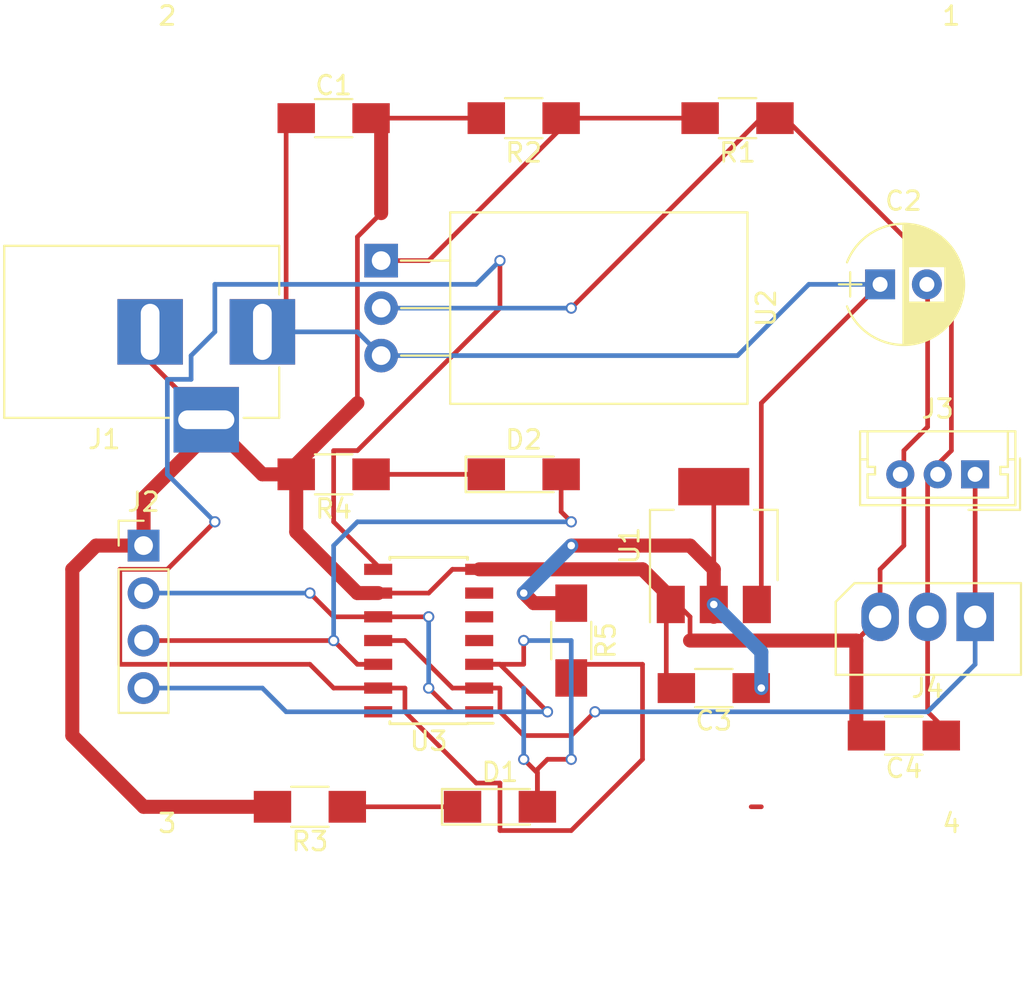
<source format=kicad_pcb>
(kicad_pcb (version 4) (host pcbnew 4.0.7)

  (general
    (links 40)
    (no_connects 0)
    (area 0 0 0 0)
    (thickness 1.6)
    (drawings 0)
    (tracks 184)
    (zones 0)
    (modules 22)
    (nets 17)
  )

  (page A4)
  (layers
    (0 F.Cu signal)
    (31 B.Cu signal)
    (32 B.Adhes user)
    (33 F.Adhes user)
    (34 B.Paste user)
    (35 F.Paste user)
    (36 B.SilkS user)
    (37 F.SilkS user)
    (38 B.Mask user)
    (39 F.Mask user)
    (40 Dwgs.User user)
    (41 Cmts.User user)
    (42 Eco1.User user)
    (43 Eco2.User user)
    (44 Edge.Cuts user)
    (45 Margin user)
    (46 B.CrtYd user)
    (47 F.CrtYd user)
    (48 B.Fab user)
    (49 F.Fab user)
  )

  (setup
    (last_trace_width 0.25)
    (trace_clearance 0.2)
    (zone_clearance 0.508)
    (zone_45_only no)
    (trace_min 0.2)
    (segment_width 0.2)
    (edge_width 0.15)
    (via_size 0.6)
    (via_drill 0.4)
    (via_min_size 0.4)
    (via_min_drill 0.3)
    (uvia_size 0.3)
    (uvia_drill 0.1)
    (uvias_allowed no)
    (uvia_min_size 0.2)
    (uvia_min_drill 0.1)
    (pcb_text_width 0.3)
    (pcb_text_size 1.5 1.5)
    (mod_edge_width 0.15)
    (mod_text_size 1 1)
    (mod_text_width 0.15)
    (pad_size 1.524 1.524)
    (pad_drill 0.762)
    (pad_to_mask_clearance 0.2)
    (aux_axis_origin 0 0)
    (visible_elements FFFFFF7F)
    (pcbplotparams
      (layerselection 0x00030_80000001)
      (usegerberextensions false)
      (excludeedgelayer true)
      (linewidth 0.100000)
      (plotframeref false)
      (viasonmask false)
      (mode 1)
      (useauxorigin false)
      (hpglpennumber 1)
      (hpglpenspeed 20)
      (hpglpendiameter 15)
      (hpglpenoverlay 2)
      (psnegative false)
      (psa4output false)
      (plotreference true)
      (plotvalue true)
      (plotinvisibletext false)
      (padsonsilk false)
      (subtractmaskfromsilk false)
      (outputformat 1)
      (mirror false)
      (drillshape 1)
      (scaleselection 1)
      (outputdirectory ""))
  )

  (net 0 "")
  (net 1 GND)
  (net 2 "Net-(C1-Pad1)")
  (net 3 +5V)
  (net 4 +8V)
  (net 5 "Net-(D1-Pad1)")
  (net 6 RXI)
  (net 7 "Net-(D2-Pad1)")
  (net 8 TXO)
  (net 9 DTR)
  (net 10 DATA)
  (net 11 "Net-(R1-Pad2)")
  (net 12 "Net-(U3-Pad4)")
  (net 13 "Net-(U3-Pad5)")
  (net 14 "Net-(U3-Pad6)")
  (net 15 VCC)
  (net 16 "Net-(R5-Pad2)")

  (net_class Default "This is the default net class."
    (clearance 0.2)
    (trace_width 0.25)
    (via_dia 0.6)
    (via_drill 0.4)
    (uvia_dia 0.3)
    (uvia_drill 0.1)
    (add_net DATA)
    (add_net DTR)
    (add_net "Net-(D1-Pad1)")
    (add_net "Net-(D2-Pad1)")
    (add_net "Net-(R1-Pad2)")
    (add_net "Net-(R5-Pad2)")
    (add_net "Net-(U3-Pad4)")
    (add_net "Net-(U3-Pad5)")
    (add_net "Net-(U3-Pad6)")
    (add_net RXI)
    (add_net TXO)
    (add_net VCC)
  )

  (net_class High ""
    (clearance 0.2)
    (trace_width 0.75)
    (via_dia 0.6)
    (via_drill 0.4)
    (uvia_dia 0.3)
    (uvia_drill 0.1)
    (add_net +5V)
    (add_net +8V)
    (add_net GND)
    (add_net "Net-(C1-Pad1)")
  )

  (module Mounting_Holes:MountingHole_3.2mm_M3 (layer F.Cu) (tedit 5A864BF0) (tstamp 5A7FF615)
    (at 54.61 19.05)
    (descr "Mounting Hole 3.2mm, no annular, M3")
    (tags "mounting hole 3.2mm no annular m3")
    (attr virtual)
    (fp_text reference 2 (at 0 -4.2) (layer F.SilkS)
      (effects (font (size 1 1) (thickness 0.15)))
    )
    (fp_text value "" (at 0 4.2) (layer F.Fab)
      (effects (font (size 1 1) (thickness 0.15)))
    )
    (fp_text user %R (at 0.3 0) (layer F.Fab)
      (effects (font (size 1 1) (thickness 0.15)))
    )
    (fp_circle (center 0 0) (end 3.2 0) (layer Cmts.User) (width 0.15))
    (fp_circle (center 0 0) (end 3.45 0) (layer F.CrtYd) (width 0.05))
    (pad 1 np_thru_hole circle (at 0 0) (size 3.2 3.2) (drill 3.2) (layers *.Cu *.Mask))
  )

  (module Capacitors_SMD:C_1206_HandSoldering (layer F.Cu) (tedit 58AA84D1) (tstamp 5A8641F5)
    (at 63.5 20.32)
    (descr "Capacitor SMD 1206, hand soldering")
    (tags "capacitor 1206")
    (path /5A7F2B39)
    (attr smd)
    (fp_text reference C1 (at 0 -1.75) (layer F.SilkS)
      (effects (font (size 1 1) (thickness 0.15)))
    )
    (fp_text value .1 (at 0 2) (layer F.Fab)
      (effects (font (size 1 1) (thickness 0.15)))
    )
    (fp_text user %R (at 0 -1.75) (layer F.Fab)
      (effects (font (size 1 1) (thickness 0.15)))
    )
    (fp_line (start -1.6 0.8) (end -1.6 -0.8) (layer F.Fab) (width 0.1))
    (fp_line (start 1.6 0.8) (end -1.6 0.8) (layer F.Fab) (width 0.1))
    (fp_line (start 1.6 -0.8) (end 1.6 0.8) (layer F.Fab) (width 0.1))
    (fp_line (start -1.6 -0.8) (end 1.6 -0.8) (layer F.Fab) (width 0.1))
    (fp_line (start 1 -1.02) (end -1 -1.02) (layer F.SilkS) (width 0.12))
    (fp_line (start -1 1.02) (end 1 1.02) (layer F.SilkS) (width 0.12))
    (fp_line (start -3.25 -1.05) (end 3.25 -1.05) (layer F.CrtYd) (width 0.05))
    (fp_line (start -3.25 -1.05) (end -3.25 1.05) (layer F.CrtYd) (width 0.05))
    (fp_line (start 3.25 1.05) (end 3.25 -1.05) (layer F.CrtYd) (width 0.05))
    (fp_line (start 3.25 1.05) (end -3.25 1.05) (layer F.CrtYd) (width 0.05))
    (pad 1 smd rect (at -2 0) (size 2 1.6) (layers F.Cu F.Paste F.Mask)
      (net 2 "Net-(C1-Pad1)"))
    (pad 2 smd rect (at 2 0) (size 2 1.6) (layers F.Cu F.Paste F.Mask)
      (net 1 GND))
    (model Capacitors_SMD.3dshapes/C_1206.wrl
      (at (xyz 0 0 0))
      (scale (xyz 1 1 1))
      (rotate (xyz 0 0 0))
    )
  )

  (module Capacitors_THT:CP_Radial_D6.3mm_P2.50mm (layer F.Cu) (tedit 597BC7C2) (tstamp 5A86428A)
    (at 92.71 29.21)
    (descr "CP, Radial series, Radial, pin pitch=2.50mm, , diameter=6.3mm, Electrolytic Capacitor")
    (tags "CP Radial series Radial pin pitch 2.50mm  diameter 6.3mm Electrolytic Capacitor")
    (path /5A7F1A59)
    (fp_text reference C2 (at 1.25 -4.46) (layer F.SilkS)
      (effects (font (size 1 1) (thickness 0.15)))
    )
    (fp_text value 10 (at 1.25 4.46) (layer F.Fab)
      (effects (font (size 1 1) (thickness 0.15)))
    )
    (fp_arc (start 1.25 0) (end -1.767482 -1.18) (angle 137.3) (layer F.SilkS) (width 0.12))
    (fp_arc (start 1.25 0) (end -1.767482 1.18) (angle -137.3) (layer F.SilkS) (width 0.12))
    (fp_arc (start 1.25 0) (end 4.267482 -1.18) (angle 42.7) (layer F.SilkS) (width 0.12))
    (fp_circle (center 1.25 0) (end 4.4 0) (layer F.Fab) (width 0.1))
    (fp_line (start -2.2 0) (end -1 0) (layer F.Fab) (width 0.1))
    (fp_line (start -1.6 -0.65) (end -1.6 0.65) (layer F.Fab) (width 0.1))
    (fp_line (start 1.25 -3.2) (end 1.25 3.2) (layer F.SilkS) (width 0.12))
    (fp_line (start 1.29 -3.2) (end 1.29 3.2) (layer F.SilkS) (width 0.12))
    (fp_line (start 1.33 -3.2) (end 1.33 3.2) (layer F.SilkS) (width 0.12))
    (fp_line (start 1.37 -3.198) (end 1.37 3.198) (layer F.SilkS) (width 0.12))
    (fp_line (start 1.41 -3.197) (end 1.41 3.197) (layer F.SilkS) (width 0.12))
    (fp_line (start 1.45 -3.194) (end 1.45 3.194) (layer F.SilkS) (width 0.12))
    (fp_line (start 1.49 -3.192) (end 1.49 3.192) (layer F.SilkS) (width 0.12))
    (fp_line (start 1.53 -3.188) (end 1.53 -0.98) (layer F.SilkS) (width 0.12))
    (fp_line (start 1.53 0.98) (end 1.53 3.188) (layer F.SilkS) (width 0.12))
    (fp_line (start 1.57 -3.185) (end 1.57 -0.98) (layer F.SilkS) (width 0.12))
    (fp_line (start 1.57 0.98) (end 1.57 3.185) (layer F.SilkS) (width 0.12))
    (fp_line (start 1.61 -3.18) (end 1.61 -0.98) (layer F.SilkS) (width 0.12))
    (fp_line (start 1.61 0.98) (end 1.61 3.18) (layer F.SilkS) (width 0.12))
    (fp_line (start 1.65 -3.176) (end 1.65 -0.98) (layer F.SilkS) (width 0.12))
    (fp_line (start 1.65 0.98) (end 1.65 3.176) (layer F.SilkS) (width 0.12))
    (fp_line (start 1.69 -3.17) (end 1.69 -0.98) (layer F.SilkS) (width 0.12))
    (fp_line (start 1.69 0.98) (end 1.69 3.17) (layer F.SilkS) (width 0.12))
    (fp_line (start 1.73 -3.165) (end 1.73 -0.98) (layer F.SilkS) (width 0.12))
    (fp_line (start 1.73 0.98) (end 1.73 3.165) (layer F.SilkS) (width 0.12))
    (fp_line (start 1.77 -3.158) (end 1.77 -0.98) (layer F.SilkS) (width 0.12))
    (fp_line (start 1.77 0.98) (end 1.77 3.158) (layer F.SilkS) (width 0.12))
    (fp_line (start 1.81 -3.152) (end 1.81 -0.98) (layer F.SilkS) (width 0.12))
    (fp_line (start 1.81 0.98) (end 1.81 3.152) (layer F.SilkS) (width 0.12))
    (fp_line (start 1.85 -3.144) (end 1.85 -0.98) (layer F.SilkS) (width 0.12))
    (fp_line (start 1.85 0.98) (end 1.85 3.144) (layer F.SilkS) (width 0.12))
    (fp_line (start 1.89 -3.137) (end 1.89 -0.98) (layer F.SilkS) (width 0.12))
    (fp_line (start 1.89 0.98) (end 1.89 3.137) (layer F.SilkS) (width 0.12))
    (fp_line (start 1.93 -3.128) (end 1.93 -0.98) (layer F.SilkS) (width 0.12))
    (fp_line (start 1.93 0.98) (end 1.93 3.128) (layer F.SilkS) (width 0.12))
    (fp_line (start 1.971 -3.119) (end 1.971 -0.98) (layer F.SilkS) (width 0.12))
    (fp_line (start 1.971 0.98) (end 1.971 3.119) (layer F.SilkS) (width 0.12))
    (fp_line (start 2.011 -3.11) (end 2.011 -0.98) (layer F.SilkS) (width 0.12))
    (fp_line (start 2.011 0.98) (end 2.011 3.11) (layer F.SilkS) (width 0.12))
    (fp_line (start 2.051 -3.1) (end 2.051 -0.98) (layer F.SilkS) (width 0.12))
    (fp_line (start 2.051 0.98) (end 2.051 3.1) (layer F.SilkS) (width 0.12))
    (fp_line (start 2.091 -3.09) (end 2.091 -0.98) (layer F.SilkS) (width 0.12))
    (fp_line (start 2.091 0.98) (end 2.091 3.09) (layer F.SilkS) (width 0.12))
    (fp_line (start 2.131 -3.079) (end 2.131 -0.98) (layer F.SilkS) (width 0.12))
    (fp_line (start 2.131 0.98) (end 2.131 3.079) (layer F.SilkS) (width 0.12))
    (fp_line (start 2.171 -3.067) (end 2.171 -0.98) (layer F.SilkS) (width 0.12))
    (fp_line (start 2.171 0.98) (end 2.171 3.067) (layer F.SilkS) (width 0.12))
    (fp_line (start 2.211 -3.055) (end 2.211 -0.98) (layer F.SilkS) (width 0.12))
    (fp_line (start 2.211 0.98) (end 2.211 3.055) (layer F.SilkS) (width 0.12))
    (fp_line (start 2.251 -3.042) (end 2.251 -0.98) (layer F.SilkS) (width 0.12))
    (fp_line (start 2.251 0.98) (end 2.251 3.042) (layer F.SilkS) (width 0.12))
    (fp_line (start 2.291 -3.029) (end 2.291 -0.98) (layer F.SilkS) (width 0.12))
    (fp_line (start 2.291 0.98) (end 2.291 3.029) (layer F.SilkS) (width 0.12))
    (fp_line (start 2.331 -3.015) (end 2.331 -0.98) (layer F.SilkS) (width 0.12))
    (fp_line (start 2.331 0.98) (end 2.331 3.015) (layer F.SilkS) (width 0.12))
    (fp_line (start 2.371 -3.001) (end 2.371 -0.98) (layer F.SilkS) (width 0.12))
    (fp_line (start 2.371 0.98) (end 2.371 3.001) (layer F.SilkS) (width 0.12))
    (fp_line (start 2.411 -2.986) (end 2.411 -0.98) (layer F.SilkS) (width 0.12))
    (fp_line (start 2.411 0.98) (end 2.411 2.986) (layer F.SilkS) (width 0.12))
    (fp_line (start 2.451 -2.97) (end 2.451 -0.98) (layer F.SilkS) (width 0.12))
    (fp_line (start 2.451 0.98) (end 2.451 2.97) (layer F.SilkS) (width 0.12))
    (fp_line (start 2.491 -2.954) (end 2.491 -0.98) (layer F.SilkS) (width 0.12))
    (fp_line (start 2.491 0.98) (end 2.491 2.954) (layer F.SilkS) (width 0.12))
    (fp_line (start 2.531 -2.937) (end 2.531 -0.98) (layer F.SilkS) (width 0.12))
    (fp_line (start 2.531 0.98) (end 2.531 2.937) (layer F.SilkS) (width 0.12))
    (fp_line (start 2.571 -2.919) (end 2.571 -0.98) (layer F.SilkS) (width 0.12))
    (fp_line (start 2.571 0.98) (end 2.571 2.919) (layer F.SilkS) (width 0.12))
    (fp_line (start 2.611 -2.901) (end 2.611 -0.98) (layer F.SilkS) (width 0.12))
    (fp_line (start 2.611 0.98) (end 2.611 2.901) (layer F.SilkS) (width 0.12))
    (fp_line (start 2.651 -2.882) (end 2.651 -0.98) (layer F.SilkS) (width 0.12))
    (fp_line (start 2.651 0.98) (end 2.651 2.882) (layer F.SilkS) (width 0.12))
    (fp_line (start 2.691 -2.863) (end 2.691 -0.98) (layer F.SilkS) (width 0.12))
    (fp_line (start 2.691 0.98) (end 2.691 2.863) (layer F.SilkS) (width 0.12))
    (fp_line (start 2.731 -2.843) (end 2.731 -0.98) (layer F.SilkS) (width 0.12))
    (fp_line (start 2.731 0.98) (end 2.731 2.843) (layer F.SilkS) (width 0.12))
    (fp_line (start 2.771 -2.822) (end 2.771 -0.98) (layer F.SilkS) (width 0.12))
    (fp_line (start 2.771 0.98) (end 2.771 2.822) (layer F.SilkS) (width 0.12))
    (fp_line (start 2.811 -2.8) (end 2.811 -0.98) (layer F.SilkS) (width 0.12))
    (fp_line (start 2.811 0.98) (end 2.811 2.8) (layer F.SilkS) (width 0.12))
    (fp_line (start 2.851 -2.778) (end 2.851 -0.98) (layer F.SilkS) (width 0.12))
    (fp_line (start 2.851 0.98) (end 2.851 2.778) (layer F.SilkS) (width 0.12))
    (fp_line (start 2.891 -2.755) (end 2.891 -0.98) (layer F.SilkS) (width 0.12))
    (fp_line (start 2.891 0.98) (end 2.891 2.755) (layer F.SilkS) (width 0.12))
    (fp_line (start 2.931 -2.731) (end 2.931 -0.98) (layer F.SilkS) (width 0.12))
    (fp_line (start 2.931 0.98) (end 2.931 2.731) (layer F.SilkS) (width 0.12))
    (fp_line (start 2.971 -2.706) (end 2.971 -0.98) (layer F.SilkS) (width 0.12))
    (fp_line (start 2.971 0.98) (end 2.971 2.706) (layer F.SilkS) (width 0.12))
    (fp_line (start 3.011 -2.681) (end 3.011 -0.98) (layer F.SilkS) (width 0.12))
    (fp_line (start 3.011 0.98) (end 3.011 2.681) (layer F.SilkS) (width 0.12))
    (fp_line (start 3.051 -2.654) (end 3.051 -0.98) (layer F.SilkS) (width 0.12))
    (fp_line (start 3.051 0.98) (end 3.051 2.654) (layer F.SilkS) (width 0.12))
    (fp_line (start 3.091 -2.627) (end 3.091 -0.98) (layer F.SilkS) (width 0.12))
    (fp_line (start 3.091 0.98) (end 3.091 2.627) (layer F.SilkS) (width 0.12))
    (fp_line (start 3.131 -2.599) (end 3.131 -0.98) (layer F.SilkS) (width 0.12))
    (fp_line (start 3.131 0.98) (end 3.131 2.599) (layer F.SilkS) (width 0.12))
    (fp_line (start 3.171 -2.57) (end 3.171 -0.98) (layer F.SilkS) (width 0.12))
    (fp_line (start 3.171 0.98) (end 3.171 2.57) (layer F.SilkS) (width 0.12))
    (fp_line (start 3.211 -2.54) (end 3.211 -0.98) (layer F.SilkS) (width 0.12))
    (fp_line (start 3.211 0.98) (end 3.211 2.54) (layer F.SilkS) (width 0.12))
    (fp_line (start 3.251 -2.51) (end 3.251 -0.98) (layer F.SilkS) (width 0.12))
    (fp_line (start 3.251 0.98) (end 3.251 2.51) (layer F.SilkS) (width 0.12))
    (fp_line (start 3.291 -2.478) (end 3.291 -0.98) (layer F.SilkS) (width 0.12))
    (fp_line (start 3.291 0.98) (end 3.291 2.478) (layer F.SilkS) (width 0.12))
    (fp_line (start 3.331 -2.445) (end 3.331 -0.98) (layer F.SilkS) (width 0.12))
    (fp_line (start 3.331 0.98) (end 3.331 2.445) (layer F.SilkS) (width 0.12))
    (fp_line (start 3.371 -2.411) (end 3.371 -0.98) (layer F.SilkS) (width 0.12))
    (fp_line (start 3.371 0.98) (end 3.371 2.411) (layer F.SilkS) (width 0.12))
    (fp_line (start 3.411 -2.375) (end 3.411 -0.98) (layer F.SilkS) (width 0.12))
    (fp_line (start 3.411 0.98) (end 3.411 2.375) (layer F.SilkS) (width 0.12))
    (fp_line (start 3.451 -2.339) (end 3.451 -0.98) (layer F.SilkS) (width 0.12))
    (fp_line (start 3.451 0.98) (end 3.451 2.339) (layer F.SilkS) (width 0.12))
    (fp_line (start 3.491 -2.301) (end 3.491 2.301) (layer F.SilkS) (width 0.12))
    (fp_line (start 3.531 -2.262) (end 3.531 2.262) (layer F.SilkS) (width 0.12))
    (fp_line (start 3.571 -2.222) (end 3.571 2.222) (layer F.SilkS) (width 0.12))
    (fp_line (start 3.611 -2.18) (end 3.611 2.18) (layer F.SilkS) (width 0.12))
    (fp_line (start 3.651 -2.137) (end 3.651 2.137) (layer F.SilkS) (width 0.12))
    (fp_line (start 3.691 -2.092) (end 3.691 2.092) (layer F.SilkS) (width 0.12))
    (fp_line (start 3.731 -2.045) (end 3.731 2.045) (layer F.SilkS) (width 0.12))
    (fp_line (start 3.771 -1.997) (end 3.771 1.997) (layer F.SilkS) (width 0.12))
    (fp_line (start 3.811 -1.946) (end 3.811 1.946) (layer F.SilkS) (width 0.12))
    (fp_line (start 3.851 -1.894) (end 3.851 1.894) (layer F.SilkS) (width 0.12))
    (fp_line (start 3.891 -1.839) (end 3.891 1.839) (layer F.SilkS) (width 0.12))
    (fp_line (start 3.931 -1.781) (end 3.931 1.781) (layer F.SilkS) (width 0.12))
    (fp_line (start 3.971 -1.721) (end 3.971 1.721) (layer F.SilkS) (width 0.12))
    (fp_line (start 4.011 -1.658) (end 4.011 1.658) (layer F.SilkS) (width 0.12))
    (fp_line (start 4.051 -1.591) (end 4.051 1.591) (layer F.SilkS) (width 0.12))
    (fp_line (start 4.091 -1.52) (end 4.091 1.52) (layer F.SilkS) (width 0.12))
    (fp_line (start 4.131 -1.445) (end 4.131 1.445) (layer F.SilkS) (width 0.12))
    (fp_line (start 4.171 -1.364) (end 4.171 1.364) (layer F.SilkS) (width 0.12))
    (fp_line (start 4.211 -1.278) (end 4.211 1.278) (layer F.SilkS) (width 0.12))
    (fp_line (start 4.251 -1.184) (end 4.251 1.184) (layer F.SilkS) (width 0.12))
    (fp_line (start 4.291 -1.081) (end 4.291 1.081) (layer F.SilkS) (width 0.12))
    (fp_line (start 4.331 -0.966) (end 4.331 0.966) (layer F.SilkS) (width 0.12))
    (fp_line (start 4.371 -0.834) (end 4.371 0.834) (layer F.SilkS) (width 0.12))
    (fp_line (start 4.411 -0.676) (end 4.411 0.676) (layer F.SilkS) (width 0.12))
    (fp_line (start 4.451 -0.468) (end 4.451 0.468) (layer F.SilkS) (width 0.12))
    (fp_line (start -2.2 0) (end -1 0) (layer F.SilkS) (width 0.12))
    (fp_line (start -1.6 -0.65) (end -1.6 0.65) (layer F.SilkS) (width 0.12))
    (fp_line (start -2.25 -3.5) (end -2.25 3.5) (layer F.CrtYd) (width 0.05))
    (fp_line (start -2.25 3.5) (end 4.75 3.5) (layer F.CrtYd) (width 0.05))
    (fp_line (start 4.75 3.5) (end 4.75 -3.5) (layer F.CrtYd) (width 0.05))
    (fp_line (start 4.75 -3.5) (end -2.25 -3.5) (layer F.CrtYd) (width 0.05))
    (fp_text user %R (at 1.25 0) (layer F.Fab)
      (effects (font (size 1 1) (thickness 0.15)))
    )
    (pad 1 thru_hole rect (at 0 0) (size 1.6 1.6) (drill 0.8) (layers *.Cu *.Mask)
      (net 2 "Net-(C1-Pad1)"))
    (pad 2 thru_hole circle (at 2.5 0) (size 1.6 1.6) (drill 0.8) (layers *.Cu *.Mask)
      (net 1 GND))
    (model ${KISYS3DMOD}/Capacitors_THT.3dshapes/CP_Radial_D6.3mm_P2.50mm.wrl
      (at (xyz 0 0 0))
      (scale (xyz 1 1 1))
      (rotate (xyz 0 0 0))
    )
  )

  (module Capacitors_SMD:C_1206_HandSoldering (layer F.Cu) (tedit 58AA84D1) (tstamp 5A86429B)
    (at 83.82 50.8 180)
    (descr "Capacitor SMD 1206, hand soldering")
    (tags "capacitor 1206")
    (path /5A7F2931)
    (attr smd)
    (fp_text reference C3 (at 0 -1.75 180) (layer F.SilkS)
      (effects (font (size 1 1) (thickness 0.15)))
    )
    (fp_text value .1 (at 0 2 180) (layer F.Fab)
      (effects (font (size 1 1) (thickness 0.15)))
    )
    (fp_text user %R (at 0 -1.75 180) (layer F.Fab)
      (effects (font (size 1 1) (thickness 0.15)))
    )
    (fp_line (start -1.6 0.8) (end -1.6 -0.8) (layer F.Fab) (width 0.1))
    (fp_line (start 1.6 0.8) (end -1.6 0.8) (layer F.Fab) (width 0.1))
    (fp_line (start 1.6 -0.8) (end 1.6 0.8) (layer F.Fab) (width 0.1))
    (fp_line (start -1.6 -0.8) (end 1.6 -0.8) (layer F.Fab) (width 0.1))
    (fp_line (start 1 -1.02) (end -1 -1.02) (layer F.SilkS) (width 0.12))
    (fp_line (start -1 1.02) (end 1 1.02) (layer F.SilkS) (width 0.12))
    (fp_line (start -3.25 -1.05) (end 3.25 -1.05) (layer F.CrtYd) (width 0.05))
    (fp_line (start -3.25 -1.05) (end -3.25 1.05) (layer F.CrtYd) (width 0.05))
    (fp_line (start 3.25 1.05) (end 3.25 -1.05) (layer F.CrtYd) (width 0.05))
    (fp_line (start 3.25 1.05) (end -3.25 1.05) (layer F.CrtYd) (width 0.05))
    (pad 1 smd rect (at -2 0 180) (size 2 1.6) (layers F.Cu F.Paste F.Mask)
      (net 3 +5V))
    (pad 2 smd rect (at 2 0 180) (size 2 1.6) (layers F.Cu F.Paste F.Mask)
      (net 1 GND))
    (model Capacitors_SMD.3dshapes/C_1206.wrl
      (at (xyz 0 0 0))
      (scale (xyz 1 1 1))
      (rotate (xyz 0 0 0))
    )
  )

  (module Capacitors_SMD:C_1206_HandSoldering (layer F.Cu) (tedit 58AA84D1) (tstamp 5A8642AC)
    (at 93.98 53.34 180)
    (descr "Capacitor SMD 1206, hand soldering")
    (tags "capacitor 1206")
    (path /5A7F1ABA)
    (attr smd)
    (fp_text reference C4 (at 0 -1.75 180) (layer F.SilkS)
      (effects (font (size 1 1) (thickness 0.15)))
    )
    (fp_text value .1 (at 0 2 180) (layer F.Fab)
      (effects (font (size 1 1) (thickness 0.15)))
    )
    (fp_text user %R (at 0 -1.75 180) (layer F.Fab)
      (effects (font (size 1 1) (thickness 0.15)))
    )
    (fp_line (start -1.6 0.8) (end -1.6 -0.8) (layer F.Fab) (width 0.1))
    (fp_line (start 1.6 0.8) (end -1.6 0.8) (layer F.Fab) (width 0.1))
    (fp_line (start 1.6 -0.8) (end 1.6 0.8) (layer F.Fab) (width 0.1))
    (fp_line (start -1.6 -0.8) (end 1.6 -0.8) (layer F.Fab) (width 0.1))
    (fp_line (start 1 -1.02) (end -1 -1.02) (layer F.SilkS) (width 0.12))
    (fp_line (start -1 1.02) (end 1 1.02) (layer F.SilkS) (width 0.12))
    (fp_line (start -3.25 -1.05) (end 3.25 -1.05) (layer F.CrtYd) (width 0.05))
    (fp_line (start -3.25 -1.05) (end -3.25 1.05) (layer F.CrtYd) (width 0.05))
    (fp_line (start 3.25 1.05) (end 3.25 -1.05) (layer F.CrtYd) (width 0.05))
    (fp_line (start 3.25 1.05) (end -3.25 1.05) (layer F.CrtYd) (width 0.05))
    (pad 1 smd rect (at -2 0 180) (size 2 1.6) (layers F.Cu F.Paste F.Mask)
      (net 4 +8V))
    (pad 2 smd rect (at 2 0 180) (size 2 1.6) (layers F.Cu F.Paste F.Mask)
      (net 1 GND))
    (model Capacitors_SMD.3dshapes/C_1206.wrl
      (at (xyz 0 0 0))
      (scale (xyz 1 1 1))
      (rotate (xyz 0 0 0))
    )
  )

  (module LEDs:LED_1206_HandSoldering (layer F.Cu) (tedit 595FC724) (tstamp 5A8642C1)
    (at 72.39 57.15)
    (descr "LED SMD 1206, hand soldering")
    (tags "LED 1206")
    (path /5A862706)
    (attr smd)
    (fp_text reference D1 (at 0 -1.85) (layer F.SilkS)
      (effects (font (size 1 1) (thickness 0.15)))
    )
    (fp_text value RX (at 0 1.9) (layer F.Fab)
      (effects (font (size 1 1) (thickness 0.15)))
    )
    (fp_line (start -3.1 -0.95) (end -3.1 0.95) (layer F.SilkS) (width 0.12))
    (fp_line (start -0.4 0) (end 0.2 -0.4) (layer F.Fab) (width 0.1))
    (fp_line (start 0.2 -0.4) (end 0.2 0.4) (layer F.Fab) (width 0.1))
    (fp_line (start 0.2 0.4) (end -0.4 0) (layer F.Fab) (width 0.1))
    (fp_line (start -0.45 -0.4) (end -0.45 0.4) (layer F.Fab) (width 0.1))
    (fp_line (start -1.6 0.8) (end -1.6 -0.8) (layer F.Fab) (width 0.1))
    (fp_line (start 1.6 0.8) (end -1.6 0.8) (layer F.Fab) (width 0.1))
    (fp_line (start 1.6 -0.8) (end 1.6 0.8) (layer F.Fab) (width 0.1))
    (fp_line (start -1.6 -0.8) (end 1.6 -0.8) (layer F.Fab) (width 0.1))
    (fp_line (start -3.1 0.95) (end 1.6 0.95) (layer F.SilkS) (width 0.12))
    (fp_line (start -3.1 -0.95) (end 1.6 -0.95) (layer F.SilkS) (width 0.12))
    (fp_line (start -3.25 -1.11) (end 3.25 -1.11) (layer F.CrtYd) (width 0.05))
    (fp_line (start -3.25 -1.11) (end -3.25 1.1) (layer F.CrtYd) (width 0.05))
    (fp_line (start 3.25 1.1) (end 3.25 -1.11) (layer F.CrtYd) (width 0.05))
    (fp_line (start 3.25 1.1) (end -3.25 1.1) (layer F.CrtYd) (width 0.05))
    (pad 1 smd rect (at -2 0) (size 2 1.7) (layers F.Cu F.Paste F.Mask)
      (net 5 "Net-(D1-Pad1)"))
    (pad 2 smd rect (at 2 0) (size 2 1.7) (layers F.Cu F.Paste F.Mask)
      (net 6 RXI))
    (model ${KISYS3DMOD}/LEDs.3dshapes/LED_1206.wrl
      (at (xyz 0 0 0))
      (scale (xyz 1 1 1))
      (rotate (xyz 0 0 180))
    )
  )

  (module LEDs:LED_1206_HandSoldering (layer F.Cu) (tedit 595FC724) (tstamp 5A8642D6)
    (at 73.66 39.37)
    (descr "LED SMD 1206, hand soldering")
    (tags "LED 1206")
    (path /5A862765)
    (attr smd)
    (fp_text reference D2 (at 0 -1.85) (layer F.SilkS)
      (effects (font (size 1 1) (thickness 0.15)))
    )
    (fp_text value TX (at 0 1.9) (layer F.Fab)
      (effects (font (size 1 1) (thickness 0.15)))
    )
    (fp_line (start -3.1 -0.95) (end -3.1 0.95) (layer F.SilkS) (width 0.12))
    (fp_line (start -0.4 0) (end 0.2 -0.4) (layer F.Fab) (width 0.1))
    (fp_line (start 0.2 -0.4) (end 0.2 0.4) (layer F.Fab) (width 0.1))
    (fp_line (start 0.2 0.4) (end -0.4 0) (layer F.Fab) (width 0.1))
    (fp_line (start -0.45 -0.4) (end -0.45 0.4) (layer F.Fab) (width 0.1))
    (fp_line (start -1.6 0.8) (end -1.6 -0.8) (layer F.Fab) (width 0.1))
    (fp_line (start 1.6 0.8) (end -1.6 0.8) (layer F.Fab) (width 0.1))
    (fp_line (start 1.6 -0.8) (end 1.6 0.8) (layer F.Fab) (width 0.1))
    (fp_line (start -1.6 -0.8) (end 1.6 -0.8) (layer F.Fab) (width 0.1))
    (fp_line (start -3.1 0.95) (end 1.6 0.95) (layer F.SilkS) (width 0.12))
    (fp_line (start -3.1 -0.95) (end 1.6 -0.95) (layer F.SilkS) (width 0.12))
    (fp_line (start -3.25 -1.11) (end 3.25 -1.11) (layer F.CrtYd) (width 0.05))
    (fp_line (start -3.25 -1.11) (end -3.25 1.1) (layer F.CrtYd) (width 0.05))
    (fp_line (start 3.25 1.1) (end 3.25 -1.11) (layer F.CrtYd) (width 0.05))
    (fp_line (start 3.25 1.1) (end -3.25 1.1) (layer F.CrtYd) (width 0.05))
    (pad 1 smd rect (at -2 0) (size 2 1.7) (layers F.Cu F.Paste F.Mask)
      (net 7 "Net-(D2-Pad1)"))
    (pad 2 smd rect (at 2 0) (size 2 1.7) (layers F.Cu F.Paste F.Mask)
      (net 8 TXO))
    (model ${KISYS3DMOD}/LEDs.3dshapes/LED_1206.wrl
      (at (xyz 0 0 0))
      (scale (xyz 1 1 1))
      (rotate (xyz 0 0 180))
    )
  )

  (module Connectors:BARREL_JACK (layer F.Cu) (tedit 5861378E) (tstamp 5A8642F5)
    (at 59.69 31.75)
    (descr "DC Barrel Jack")
    (tags "Power Jack")
    (path /5A7F181C)
    (fp_text reference J1 (at -8.45 5.75 180) (layer F.SilkS)
      (effects (font (size 1 1) (thickness 0.15)))
    )
    (fp_text value "12V Pwr" (at -6.2 -5.5) (layer F.Fab)
      (effects (font (size 1 1) (thickness 0.15)))
    )
    (fp_line (start 1 -4.5) (end 1 -4.75) (layer F.CrtYd) (width 0.05))
    (fp_line (start 1 -4.75) (end -14 -4.75) (layer F.CrtYd) (width 0.05))
    (fp_line (start 1 -4.5) (end 1 -2) (layer F.CrtYd) (width 0.05))
    (fp_line (start 1 -2) (end 2 -2) (layer F.CrtYd) (width 0.05))
    (fp_line (start 2 -2) (end 2 2) (layer F.CrtYd) (width 0.05))
    (fp_line (start 2 2) (end 1 2) (layer F.CrtYd) (width 0.05))
    (fp_line (start 1 2) (end 1 4.75) (layer F.CrtYd) (width 0.05))
    (fp_line (start 1 4.75) (end -1 4.75) (layer F.CrtYd) (width 0.05))
    (fp_line (start -1 4.75) (end -1 6.75) (layer F.CrtYd) (width 0.05))
    (fp_line (start -1 6.75) (end -5 6.75) (layer F.CrtYd) (width 0.05))
    (fp_line (start -5 6.75) (end -5 4.75) (layer F.CrtYd) (width 0.05))
    (fp_line (start -5 4.75) (end -14 4.75) (layer F.CrtYd) (width 0.05))
    (fp_line (start -14 4.75) (end -14 -4.75) (layer F.CrtYd) (width 0.05))
    (fp_line (start -5 4.6) (end -13.8 4.6) (layer F.SilkS) (width 0.12))
    (fp_line (start -13.8 4.6) (end -13.8 -4.6) (layer F.SilkS) (width 0.12))
    (fp_line (start 0.9 1.9) (end 0.9 4.6) (layer F.SilkS) (width 0.12))
    (fp_line (start 0.9 4.6) (end -1 4.6) (layer F.SilkS) (width 0.12))
    (fp_line (start -13.8 -4.6) (end 0.9 -4.6) (layer F.SilkS) (width 0.12))
    (fp_line (start 0.9 -4.6) (end 0.9 -2) (layer F.SilkS) (width 0.12))
    (fp_line (start -10.2 -4.5) (end -10.2 4.5) (layer F.Fab) (width 0.1))
    (fp_line (start -13.7 -4.5) (end -13.7 4.5) (layer F.Fab) (width 0.1))
    (fp_line (start -13.7 4.5) (end 0.8 4.5) (layer F.Fab) (width 0.1))
    (fp_line (start 0.8 4.5) (end 0.8 -4.5) (layer F.Fab) (width 0.1))
    (fp_line (start 0.8 -4.5) (end -13.7 -4.5) (layer F.Fab) (width 0.1))
    (pad 1 thru_hole rect (at 0 0) (size 3.5 3.5) (drill oval 1 3) (layers *.Cu *.Mask)
      (net 2 "Net-(C1-Pad1)"))
    (pad 2 thru_hole rect (at -6 0) (size 3.5 3.5) (drill oval 1 3) (layers *.Cu *.Mask)
      (net 1 GND))
    (pad 3 thru_hole rect (at -3 4.7) (size 3.5 3.5) (drill oval 3 1) (layers *.Cu *.Mask)
      (net 1 GND))
  )

  (module Pin_Headers:Pin_Header_Straight_1x04_Pitch2.54mm (layer F.Cu) (tedit 59650532) (tstamp 5A86430D)
    (at 53.34 43.18)
    (descr "Through hole straight pin header, 1x04, 2.54mm pitch, single row")
    (tags "Through hole pin header THT 1x04 2.54mm single row")
    (path /5A7F1515)
    (fp_text reference J2 (at 0 -2.33) (layer F.SilkS)
      (effects (font (size 1 1) (thickness 0.15)))
    )
    (fp_text value "Serial 5V" (at 0 9.95) (layer F.Fab)
      (effects (font (size 1 1) (thickness 0.15)))
    )
    (fp_line (start -0.635 -1.27) (end 1.27 -1.27) (layer F.Fab) (width 0.1))
    (fp_line (start 1.27 -1.27) (end 1.27 8.89) (layer F.Fab) (width 0.1))
    (fp_line (start 1.27 8.89) (end -1.27 8.89) (layer F.Fab) (width 0.1))
    (fp_line (start -1.27 8.89) (end -1.27 -0.635) (layer F.Fab) (width 0.1))
    (fp_line (start -1.27 -0.635) (end -0.635 -1.27) (layer F.Fab) (width 0.1))
    (fp_line (start -1.33 8.95) (end 1.33 8.95) (layer F.SilkS) (width 0.12))
    (fp_line (start -1.33 1.27) (end -1.33 8.95) (layer F.SilkS) (width 0.12))
    (fp_line (start 1.33 1.27) (end 1.33 8.95) (layer F.SilkS) (width 0.12))
    (fp_line (start -1.33 1.27) (end 1.33 1.27) (layer F.SilkS) (width 0.12))
    (fp_line (start -1.33 0) (end -1.33 -1.33) (layer F.SilkS) (width 0.12))
    (fp_line (start -1.33 -1.33) (end 0 -1.33) (layer F.SilkS) (width 0.12))
    (fp_line (start -1.8 -1.8) (end -1.8 9.4) (layer F.CrtYd) (width 0.05))
    (fp_line (start -1.8 9.4) (end 1.8 9.4) (layer F.CrtYd) (width 0.05))
    (fp_line (start 1.8 9.4) (end 1.8 -1.8) (layer F.CrtYd) (width 0.05))
    (fp_line (start 1.8 -1.8) (end -1.8 -1.8) (layer F.CrtYd) (width 0.05))
    (fp_text user %R (at 0 3.81 90) (layer F.Fab)
      (effects (font (size 1 1) (thickness 0.15)))
    )
    (pad 1 thru_hole rect (at 0 0) (size 1.7 1.7) (drill 1) (layers *.Cu *.Mask)
      (net 1 GND))
    (pad 2 thru_hole oval (at 0 2.54) (size 1.7 1.7) (drill 1) (layers *.Cu *.Mask)
      (net 9 DTR))
    (pad 3 thru_hole oval (at 0 5.08) (size 1.7 1.7) (drill 1) (layers *.Cu *.Mask)
      (net 8 TXO))
    (pad 4 thru_hole oval (at 0 7.62) (size 1.7 1.7) (drill 1) (layers *.Cu *.Mask)
      (net 6 RXI))
    (model ${KISYS3DMOD}/Pin_Headers.3dshapes/Pin_Header_Straight_1x04_Pitch2.54mm.wrl
      (at (xyz 0 0 0))
      (scale (xyz 1 1 1))
      (rotate (xyz 0 0 0))
    )
  )

  (module Resistors_SMD:R_1206_HandSoldering (layer F.Cu) (tedit 58E0A804) (tstamp 5A864359)
    (at 85.09 20.32 180)
    (descr "Resistor SMD 1206, hand soldering")
    (tags "resistor 1206")
    (path /5A7F1770)
    (attr smd)
    (fp_text reference R1 (at 0 -1.85 180) (layer F.SilkS)
      (effects (font (size 1 1) (thickness 0.15)))
    )
    (fp_text value 330 (at 0 1.9 180) (layer F.Fab)
      (effects (font (size 1 1) (thickness 0.15)))
    )
    (fp_text user %R (at 0 0 180) (layer F.Fab)
      (effects (font (size 0.7 0.7) (thickness 0.105)))
    )
    (fp_line (start -1.6 0.8) (end -1.6 -0.8) (layer F.Fab) (width 0.1))
    (fp_line (start 1.6 0.8) (end -1.6 0.8) (layer F.Fab) (width 0.1))
    (fp_line (start 1.6 -0.8) (end 1.6 0.8) (layer F.Fab) (width 0.1))
    (fp_line (start -1.6 -0.8) (end 1.6 -0.8) (layer F.Fab) (width 0.1))
    (fp_line (start 1 1.07) (end -1 1.07) (layer F.SilkS) (width 0.12))
    (fp_line (start -1 -1.07) (end 1 -1.07) (layer F.SilkS) (width 0.12))
    (fp_line (start -3.25 -1.11) (end 3.25 -1.11) (layer F.CrtYd) (width 0.05))
    (fp_line (start -3.25 -1.11) (end -3.25 1.1) (layer F.CrtYd) (width 0.05))
    (fp_line (start 3.25 1.1) (end 3.25 -1.11) (layer F.CrtYd) (width 0.05))
    (fp_line (start 3.25 1.1) (end -3.25 1.1) (layer F.CrtYd) (width 0.05))
    (pad 1 smd rect (at -2 0 180) (size 2 1.7) (layers F.Cu F.Paste F.Mask)
      (net 4 +8V))
    (pad 2 smd rect (at 2 0 180) (size 2 1.7) (layers F.Cu F.Paste F.Mask)
      (net 11 "Net-(R1-Pad2)"))
    (model ${KISYS3DMOD}/Resistors_SMD.3dshapes/R_1206.wrl
      (at (xyz 0 0 0))
      (scale (xyz 1 1 1))
      (rotate (xyz 0 0 0))
    )
  )

  (module Resistors_SMD:R_1206_HandSoldering (layer F.Cu) (tedit 58E0A804) (tstamp 5A86436A)
    (at 73.66 20.32 180)
    (descr "Resistor SMD 1206, hand soldering")
    (tags "resistor 1206")
    (path /5A7F17CA)
    (attr smd)
    (fp_text reference R2 (at 0 -1.85 180) (layer F.SilkS)
      (effects (font (size 1 1) (thickness 0.15)))
    )
    (fp_text value 1.8k (at 0 1.9 180) (layer F.Fab)
      (effects (font (size 1 1) (thickness 0.15)))
    )
    (fp_text user %R (at 0 0 180) (layer F.Fab)
      (effects (font (size 0.7 0.7) (thickness 0.105)))
    )
    (fp_line (start -1.6 0.8) (end -1.6 -0.8) (layer F.Fab) (width 0.1))
    (fp_line (start 1.6 0.8) (end -1.6 0.8) (layer F.Fab) (width 0.1))
    (fp_line (start 1.6 -0.8) (end 1.6 0.8) (layer F.Fab) (width 0.1))
    (fp_line (start -1.6 -0.8) (end 1.6 -0.8) (layer F.Fab) (width 0.1))
    (fp_line (start 1 1.07) (end -1 1.07) (layer F.SilkS) (width 0.12))
    (fp_line (start -1 -1.07) (end 1 -1.07) (layer F.SilkS) (width 0.12))
    (fp_line (start -3.25 -1.11) (end 3.25 -1.11) (layer F.CrtYd) (width 0.05))
    (fp_line (start -3.25 -1.11) (end -3.25 1.1) (layer F.CrtYd) (width 0.05))
    (fp_line (start 3.25 1.1) (end 3.25 -1.11) (layer F.CrtYd) (width 0.05))
    (fp_line (start 3.25 1.1) (end -3.25 1.1) (layer F.CrtYd) (width 0.05))
    (pad 1 smd rect (at -2 0 180) (size 2 1.7) (layers F.Cu F.Paste F.Mask)
      (net 11 "Net-(R1-Pad2)"))
    (pad 2 smd rect (at 2 0 180) (size 2 1.7) (layers F.Cu F.Paste F.Mask)
      (net 1 GND))
    (model ${KISYS3DMOD}/Resistors_SMD.3dshapes/R_1206.wrl
      (at (xyz 0 0 0))
      (scale (xyz 1 1 1))
      (rotate (xyz 0 0 0))
    )
  )

  (module Resistors_SMD:R_1206_HandSoldering (layer F.Cu) (tedit 58E0A804) (tstamp 5A86437B)
    (at 62.23 57.15 180)
    (descr "Resistor SMD 1206, hand soldering")
    (tags "resistor 1206")
    (path /5A8627B6)
    (attr smd)
    (fp_text reference R3 (at 0 -1.85 180) (layer F.SilkS)
      (effects (font (size 1 1) (thickness 0.15)))
    )
    (fp_text value 330 (at 0 1.9 180) (layer F.Fab)
      (effects (font (size 1 1) (thickness 0.15)))
    )
    (fp_text user %R (at 0 0 180) (layer F.Fab)
      (effects (font (size 0.7 0.7) (thickness 0.105)))
    )
    (fp_line (start -1.6 0.8) (end -1.6 -0.8) (layer F.Fab) (width 0.1))
    (fp_line (start 1.6 0.8) (end -1.6 0.8) (layer F.Fab) (width 0.1))
    (fp_line (start 1.6 -0.8) (end 1.6 0.8) (layer F.Fab) (width 0.1))
    (fp_line (start -1.6 -0.8) (end 1.6 -0.8) (layer F.Fab) (width 0.1))
    (fp_line (start 1 1.07) (end -1 1.07) (layer F.SilkS) (width 0.12))
    (fp_line (start -1 -1.07) (end 1 -1.07) (layer F.SilkS) (width 0.12))
    (fp_line (start -3.25 -1.11) (end 3.25 -1.11) (layer F.CrtYd) (width 0.05))
    (fp_line (start -3.25 -1.11) (end -3.25 1.1) (layer F.CrtYd) (width 0.05))
    (fp_line (start 3.25 1.1) (end 3.25 -1.11) (layer F.CrtYd) (width 0.05))
    (fp_line (start 3.25 1.1) (end -3.25 1.1) (layer F.CrtYd) (width 0.05))
    (pad 1 smd rect (at -2 0 180) (size 2 1.7) (layers F.Cu F.Paste F.Mask)
      (net 5 "Net-(D1-Pad1)"))
    (pad 2 smd rect (at 2 0 180) (size 2 1.7) (layers F.Cu F.Paste F.Mask)
      (net 1 GND))
    (model ${KISYS3DMOD}/Resistors_SMD.3dshapes/R_1206.wrl
      (at (xyz 0 0 0))
      (scale (xyz 1 1 1))
      (rotate (xyz 0 0 0))
    )
  )

  (module Resistors_SMD:R_1206_HandSoldering (layer F.Cu) (tedit 58E0A804) (tstamp 5A86438C)
    (at 63.5 39.37 180)
    (descr "Resistor SMD 1206, hand soldering")
    (tags "resistor 1206")
    (path /5A862D7C)
    (attr smd)
    (fp_text reference R4 (at 0 -1.85 180) (layer F.SilkS)
      (effects (font (size 1 1) (thickness 0.15)))
    )
    (fp_text value 330 (at 0 1.9 180) (layer F.Fab)
      (effects (font (size 1 1) (thickness 0.15)))
    )
    (fp_text user %R (at 0 0 180) (layer F.Fab)
      (effects (font (size 0.7 0.7) (thickness 0.105)))
    )
    (fp_line (start -1.6 0.8) (end -1.6 -0.8) (layer F.Fab) (width 0.1))
    (fp_line (start 1.6 0.8) (end -1.6 0.8) (layer F.Fab) (width 0.1))
    (fp_line (start 1.6 -0.8) (end 1.6 0.8) (layer F.Fab) (width 0.1))
    (fp_line (start -1.6 -0.8) (end 1.6 -0.8) (layer F.Fab) (width 0.1))
    (fp_line (start 1 1.07) (end -1 1.07) (layer F.SilkS) (width 0.12))
    (fp_line (start -1 -1.07) (end 1 -1.07) (layer F.SilkS) (width 0.12))
    (fp_line (start -3.25 -1.11) (end 3.25 -1.11) (layer F.CrtYd) (width 0.05))
    (fp_line (start -3.25 -1.11) (end -3.25 1.1) (layer F.CrtYd) (width 0.05))
    (fp_line (start 3.25 1.1) (end 3.25 -1.11) (layer F.CrtYd) (width 0.05))
    (fp_line (start 3.25 1.1) (end -3.25 1.1) (layer F.CrtYd) (width 0.05))
    (pad 1 smd rect (at -2 0 180) (size 2 1.7) (layers F.Cu F.Paste F.Mask)
      (net 7 "Net-(D2-Pad1)"))
    (pad 2 smd rect (at 2 0 180) (size 2 1.7) (layers F.Cu F.Paste F.Mask)
      (net 1 GND))
    (model ${KISYS3DMOD}/Resistors_SMD.3dshapes/R_1206.wrl
      (at (xyz 0 0 0))
      (scale (xyz 1 1 1))
      (rotate (xyz 0 0 0))
    )
  )

  (module Resistors_SMD:R_1206_HandSoldering (layer F.Cu) (tedit 58E0A804) (tstamp 5A86439D)
    (at 76.2 48.26 270)
    (descr "Resistor SMD 1206, hand soldering")
    (tags "resistor 1206")
    (path /5A7F169D)
    (attr smd)
    (fp_text reference R5 (at 0 -1.85 270) (layer F.SilkS)
      (effects (font (size 1 1) (thickness 0.15)))
    )
    (fp_text value 10k (at 0 1.9 270) (layer F.Fab)
      (effects (font (size 1 1) (thickness 0.15)))
    )
    (fp_text user %R (at 0 0 270) (layer F.Fab)
      (effects (font (size 0.7 0.7) (thickness 0.105)))
    )
    (fp_line (start -1.6 0.8) (end -1.6 -0.8) (layer F.Fab) (width 0.1))
    (fp_line (start 1.6 0.8) (end -1.6 0.8) (layer F.Fab) (width 0.1))
    (fp_line (start 1.6 -0.8) (end 1.6 0.8) (layer F.Fab) (width 0.1))
    (fp_line (start -1.6 -0.8) (end 1.6 -0.8) (layer F.Fab) (width 0.1))
    (fp_line (start 1 1.07) (end -1 1.07) (layer F.SilkS) (width 0.12))
    (fp_line (start -1 -1.07) (end 1 -1.07) (layer F.SilkS) (width 0.12))
    (fp_line (start -3.25 -1.11) (end 3.25 -1.11) (layer F.CrtYd) (width 0.05))
    (fp_line (start -3.25 -1.11) (end -3.25 1.1) (layer F.CrtYd) (width 0.05))
    (fp_line (start 3.25 1.1) (end 3.25 -1.11) (layer F.CrtYd) (width 0.05))
    (fp_line (start 3.25 1.1) (end -3.25 1.1) (layer F.CrtYd) (width 0.05))
    (pad 1 smd rect (at -2 0 270) (size 2 1.7) (layers F.Cu F.Paste F.Mask)
      (net 3 +5V))
    (pad 2 smd rect (at 2 0 270) (size 2 1.7) (layers F.Cu F.Paste F.Mask)
      (net 16 "Net-(R5-Pad2)"))
    (model ${KISYS3DMOD}/Resistors_SMD.3dshapes/R_1206.wrl
      (at (xyz 0 0 0))
      (scale (xyz 1 1 1))
      (rotate (xyz 0 0 0))
    )
  )

  (module TO_SOT_Packages_THT:TO-220-3_Horizontal (layer F.Cu) (tedit 58CE52AD) (tstamp 5A8643BD)
    (at 66.04 27.94 270)
    (descr "TO-220-3, Horizontal, RM 2.54mm")
    (tags "TO-220-3 Horizontal RM 2.54mm")
    (path /5A7F16FB)
    (fp_text reference U2 (at 2.54 -20.58 270) (layer F.SilkS)
      (effects (font (size 1 1) (thickness 0.15)))
    )
    (fp_text value LM317 (at 2.54 1.9 270) (layer F.Fab)
      (effects (font (size 1 1) (thickness 0.15)))
    )
    (fp_text user %R (at 2.54 -20.58 270) (layer F.Fab)
      (effects (font (size 1 1) (thickness 0.15)))
    )
    (fp_line (start -2.46 -13.06) (end -2.46 -19.46) (layer F.Fab) (width 0.1))
    (fp_line (start -2.46 -19.46) (end 7.54 -19.46) (layer F.Fab) (width 0.1))
    (fp_line (start 7.54 -19.46) (end 7.54 -13.06) (layer F.Fab) (width 0.1))
    (fp_line (start 7.54 -13.06) (end -2.46 -13.06) (layer F.Fab) (width 0.1))
    (fp_line (start -2.46 -3.81) (end -2.46 -13.06) (layer F.Fab) (width 0.1))
    (fp_line (start -2.46 -13.06) (end 7.54 -13.06) (layer F.Fab) (width 0.1))
    (fp_line (start 7.54 -13.06) (end 7.54 -3.81) (layer F.Fab) (width 0.1))
    (fp_line (start 7.54 -3.81) (end -2.46 -3.81) (layer F.Fab) (width 0.1))
    (fp_line (start 0 -3.81) (end 0 0) (layer F.Fab) (width 0.1))
    (fp_line (start 2.54 -3.81) (end 2.54 0) (layer F.Fab) (width 0.1))
    (fp_line (start 5.08 -3.81) (end 5.08 0) (layer F.Fab) (width 0.1))
    (fp_line (start -2.58 -3.69) (end 7.66 -3.69) (layer F.SilkS) (width 0.12))
    (fp_line (start -2.58 -19.58) (end 7.66 -19.58) (layer F.SilkS) (width 0.12))
    (fp_line (start -2.58 -19.58) (end -2.58 -3.69) (layer F.SilkS) (width 0.12))
    (fp_line (start 7.66 -19.58) (end 7.66 -3.69) (layer F.SilkS) (width 0.12))
    (fp_line (start 0 -3.69) (end 0 -1.05) (layer F.SilkS) (width 0.12))
    (fp_line (start 2.54 -3.69) (end 2.54 -1.066) (layer F.SilkS) (width 0.12))
    (fp_line (start 5.08 -3.69) (end 5.08 -1.066) (layer F.SilkS) (width 0.12))
    (fp_line (start -2.71 -19.71) (end -2.71 1.15) (layer F.CrtYd) (width 0.05))
    (fp_line (start -2.71 1.15) (end 7.79 1.15) (layer F.CrtYd) (width 0.05))
    (fp_line (start 7.79 1.15) (end 7.79 -19.71) (layer F.CrtYd) (width 0.05))
    (fp_line (start 7.79 -19.71) (end -2.71 -19.71) (layer F.CrtYd) (width 0.05))
    (fp_circle (center 2.54 -16.66) (end 4.39 -16.66) (layer F.Fab) (width 0.1))
    (pad 0 np_thru_hole oval (at 2.54 -16.66 270) (size 3.5 3.5) (drill 3.5) (layers *.Cu *.Mask))
    (pad 1 thru_hole rect (at 0 0 270) (size 1.8 1.8) (drill 1) (layers *.Cu *.Mask)
      (net 11 "Net-(R1-Pad2)"))
    (pad 2 thru_hole oval (at 2.54 0 270) (size 1.8 1.8) (drill 1) (layers *.Cu *.Mask)
      (net 4 +8V))
    (pad 3 thru_hole oval (at 5.08 0 270) (size 1.8 1.8) (drill 1) (layers *.Cu *.Mask)
      (net 2 "Net-(C1-Pad1)"))
    (model ${KISYS3DMOD}/TO_SOT_Packages_THT.3dshapes/TO-220-3_Horizontal.wrl
      (at (xyz 0.1 0 0))
      (scale (xyz 0.393701 0.393701 0.393701))
      (rotate (xyz 0 0 0))
    )
  )

  (module Housings_SOIC:SOIC-14_3.9x8.7mm_Pitch1.27mm (layer F.Cu) (tedit 58CC8F64) (tstamp 5A8643E0)
    (at 68.58 48.26 180)
    (descr "14-Lead Plastic Small Outline (SL) - Narrow, 3.90 mm Body [SOIC] (see Microchip Packaging Specification 00000049BS.pdf)")
    (tags "SOIC 1.27")
    (path /5A7F13E9)
    (attr smd)
    (fp_text reference U3 (at 0 -5.375 180) (layer F.SilkS)
      (effects (font (size 1 1) (thickness 0.15)))
    )
    (fp_text value 74LS126 (at 0 5.375 180) (layer F.Fab)
      (effects (font (size 1 1) (thickness 0.15)))
    )
    (fp_text user %R (at 0 0 180) (layer F.Fab)
      (effects (font (size 0.9 0.9) (thickness 0.135)))
    )
    (fp_line (start -0.95 -4.35) (end 1.95 -4.35) (layer F.Fab) (width 0.15))
    (fp_line (start 1.95 -4.35) (end 1.95 4.35) (layer F.Fab) (width 0.15))
    (fp_line (start 1.95 4.35) (end -1.95 4.35) (layer F.Fab) (width 0.15))
    (fp_line (start -1.95 4.35) (end -1.95 -3.35) (layer F.Fab) (width 0.15))
    (fp_line (start -1.95 -3.35) (end -0.95 -4.35) (layer F.Fab) (width 0.15))
    (fp_line (start -3.7 -4.65) (end -3.7 4.65) (layer F.CrtYd) (width 0.05))
    (fp_line (start 3.7 -4.65) (end 3.7 4.65) (layer F.CrtYd) (width 0.05))
    (fp_line (start -3.7 -4.65) (end 3.7 -4.65) (layer F.CrtYd) (width 0.05))
    (fp_line (start -3.7 4.65) (end 3.7 4.65) (layer F.CrtYd) (width 0.05))
    (fp_line (start -2.075 -4.45) (end -2.075 -4.425) (layer F.SilkS) (width 0.15))
    (fp_line (start 2.075 -4.45) (end 2.075 -4.335) (layer F.SilkS) (width 0.15))
    (fp_line (start 2.075 4.45) (end 2.075 4.335) (layer F.SilkS) (width 0.15))
    (fp_line (start -2.075 4.45) (end -2.075 4.335) (layer F.SilkS) (width 0.15))
    (fp_line (start -2.075 -4.45) (end 2.075 -4.45) (layer F.SilkS) (width 0.15))
    (fp_line (start -2.075 4.45) (end 2.075 4.45) (layer F.SilkS) (width 0.15))
    (fp_line (start -2.075 -4.425) (end -3.45 -4.425) (layer F.SilkS) (width 0.15))
    (pad 1 smd rect (at -2.7 -3.81 180) (size 1.5 0.6) (layers F.Cu F.Paste F.Mask)
      (net 9 DTR))
    (pad 2 smd rect (at -2.7 -2.54 180) (size 1.5 0.6) (layers F.Cu F.Paste F.Mask)
      (net 10 DATA))
    (pad 3 smd rect (at -2.7 -1.27 180) (size 1.5 0.6) (layers F.Cu F.Paste F.Mask)
      (net 6 RXI))
    (pad 4 smd rect (at -2.7 0 180) (size 1.5 0.6) (layers F.Cu F.Paste F.Mask)
      (net 12 "Net-(U3-Pad4)"))
    (pad 5 smd rect (at -2.7 1.27 180) (size 1.5 0.6) (layers F.Cu F.Paste F.Mask)
      (net 13 "Net-(U3-Pad5)"))
    (pad 6 smd rect (at -2.7 2.54 180) (size 1.5 0.6) (layers F.Cu F.Paste F.Mask)
      (net 14 "Net-(U3-Pad6)"))
    (pad 7 smd rect (at -2.7 3.81 180) (size 1.5 0.6) (layers F.Cu F.Paste F.Mask)
      (net 1 GND))
    (pad 8 smd rect (at 2.7 3.81 180) (size 1.5 0.6) (layers F.Cu F.Paste F.Mask)
      (net 16 "Net-(R5-Pad2)"))
    (pad 9 smd rect (at 2.7 2.54 180) (size 1.5 0.6) (layers F.Cu F.Paste F.Mask)
      (net 1 GND))
    (pad 10 smd rect (at 2.7 1.27 180) (size 1.5 0.6) (layers F.Cu F.Paste F.Mask)
      (net 9 DTR))
    (pad 11 smd rect (at 2.7 0 180) (size 1.5 0.6) (layers F.Cu F.Paste F.Mask)
      (net 10 DATA))
    (pad 12 smd rect (at 2.7 -1.27 180) (size 1.5 0.6) (layers F.Cu F.Paste F.Mask)
      (net 8 TXO))
    (pad 13 smd rect (at 2.7 -2.54 180) (size 1.5 0.6) (layers F.Cu F.Paste F.Mask)
      (net 16 "Net-(R5-Pad2)"))
    (pad 14 smd rect (at 2.7 -3.81 180) (size 1.5 0.6) (layers F.Cu F.Paste F.Mask)
      (net 15 VCC))
    (model ${KISYS3DMOD}/Housings_SOIC.3dshapes/SOIC-14_3.9x8.7mm_Pitch1.27mm.wrl
      (at (xyz 0 0 0))
      (scale (xyz 1 1 1))
      (rotate (xyz 0 0 0))
    )
  )

  (module Mounting_Holes:MountingHole_3.2mm_M3 (layer F.Cu) (tedit 5A864C07) (tstamp 5A865E30)
    (at 54.61 62.23)
    (descr "Mounting Hole 3.2mm, no annular, M3")
    (tags "mounting hole 3.2mm no annular m3")
    (attr virtual)
    (fp_text reference 3 (at 0 -4.2) (layer F.SilkS)
      (effects (font (size 1 1) (thickness 0.15)))
    )
    (fp_text value "" (at 0 4.2) (layer F.Fab)
      (effects (font (size 1 1) (thickness 0.15)))
    )
    (fp_text user %R (at 0.3 0) (layer F.Fab)
      (effects (font (size 1 1) (thickness 0.15)))
    )
    (fp_circle (center 0 0) (end 3.2 0) (layer Cmts.User) (width 0.15))
    (fp_circle (center 0 0) (end 3.45 0) (layer F.CrtYd) (width 0.05))
    (pad 1 np_thru_hole circle (at 0 0) (size 3.2 3.2) (drill 3.2) (layers *.Cu *.Mask))
  )

  (module Mounting_Holes:MountingHole_3.2mm_M3 (layer F.Cu) (tedit 5A864C1D) (tstamp 5A865E38)
    (at 96.52 62.23)
    (descr "Mounting Hole 3.2mm, no annular, M3")
    (tags "mounting hole 3.2mm no annular m3")
    (attr virtual)
    (fp_text reference 4 (at 0 -4.2) (layer F.SilkS)
      (effects (font (size 1 1) (thickness 0.15)))
    )
    (fp_text value "" (at 0 4.2) (layer F.Fab)
      (effects (font (size 1 1) (thickness 0.15)))
    )
    (fp_text user %R (at 0.3 0) (layer F.Fab)
      (effects (font (size 1 1) (thickness 0.15)))
    )
    (fp_circle (center 0 0) (end 3.2 0) (layer Cmts.User) (width 0.15))
    (fp_circle (center 0 0) (end 3.45 0) (layer F.CrtYd) (width 0.05))
    (pad 1 np_thru_hole circle (at 0 0) (size 3.2 3.2) (drill 3.2) (layers *.Cu *.Mask))
  )

  (module Mounting_Holes:MountingHole_3.2mm_M3 (layer F.Cu) (tedit 5A864BDE) (tstamp 5A865E40)
    (at 96.52 19.05)
    (descr "Mounting Hole 3.2mm, no annular, M3")
    (tags "mounting hole 3.2mm no annular m3")
    (attr virtual)
    (fp_text reference 1 (at 0 -4.2) (layer F.SilkS)
      (effects (font (size 1 1) (thickness 0.15)))
    )
    (fp_text value "" (at 0 4.2) (layer F.Fab)
      (effects (font (size 1 1) (thickness 0.15)))
    )
    (fp_text user %R (at 0.3 0) (layer F.Fab)
      (effects (font (size 1 1) (thickness 0.15)))
    )
    (fp_circle (center 0 0) (end 3.2 0) (layer Cmts.User) (width 0.15))
    (fp_circle (center 0 0) (end 3.45 0) (layer F.CrtYd) (width 0.05))
    (pad 1 np_thru_hole circle (at 0 0) (size 3.2 3.2) (drill 3.2) (layers *.Cu *.Mask))
  )

  (module Connectors_Molex:Molex_MicroLatch-53253-0370_03x2.00mm_Straight (layer F.Cu) (tedit 58A28589) (tstamp 5A86B0DE)
    (at 97.79 39.37 180)
    (descr "Molex Micro-Latch connector, PN:53253-0370, top entry type, through hole")
    (tags "conn molex micro latch")
    (path /5A863A11)
    (fp_text reference J3 (at 2 3.5 180) (layer F.SilkS)
      (effects (font (size 1 1) (thickness 0.15)))
    )
    (fp_text value XL-320 (at 2 -3 180) (layer F.Fab)
      (effects (font (size 1 1) (thickness 0.15)))
    )
    (fp_line (start -2 -1.5) (end -2 2.15) (layer F.Fab) (width 0.1))
    (fp_line (start -2 2.15) (end 6 2.15) (layer F.Fab) (width 0.1))
    (fp_line (start 6 2.15) (end 6 -1.5) (layer F.Fab) (width 0.1))
    (fp_line (start 6 -1.5) (end -2 -1.5) (layer F.Fab) (width 0.1))
    (fp_line (start -2.6 -2.1) (end -2.6 2.75) (layer F.CrtYd) (width 0.05))
    (fp_line (start -2.6 2.75) (end 6.65 2.75) (layer F.CrtYd) (width 0.05))
    (fp_line (start 6.65 2.75) (end 6.65 -2.1) (layer F.CrtYd) (width 0.05))
    (fp_line (start 6.65 -2.1) (end -2.6 -2.1) (layer F.CrtYd) (width 0.05))
    (fp_line (start -2.15 -1.65) (end -2.15 2.3) (layer F.SilkS) (width 0.12))
    (fp_line (start -2.15 2.3) (end 6.15 2.3) (layer F.SilkS) (width 0.12))
    (fp_line (start 6.15 2.3) (end 6.15 -1.65) (layer F.SilkS) (width 0.12))
    (fp_line (start 6.15 -1.65) (end -2.15 -1.65) (layer F.SilkS) (width 0.12))
    (fp_line (start 0.35 -1.9) (end -2.4 -1.9) (layer F.SilkS) (width 0.12))
    (fp_line (start -2.4 -1.9) (end -2.4 0.85) (layer F.SilkS) (width 0.12))
    (fp_line (start 0.35 -1.9) (end -2.4 -1.9) (layer F.Fab) (width 0.1))
    (fp_line (start -2.4 -1.9) (end -2.4 0.85) (layer F.Fab) (width 0.1))
    (fp_line (start -2.15 0.8) (end -1.75 0.8) (layer F.SilkS) (width 0.12))
    (fp_line (start 6.15 0.8) (end 5.75 0.8) (layer F.SilkS) (width 0.12))
    (fp_line (start 2 -1.25) (end -1.75 -1.25) (layer F.SilkS) (width 0.12))
    (fp_line (start -1.75 -1.25) (end -1.75 0) (layer F.SilkS) (width 0.12))
    (fp_line (start -1.75 0) (end -1.35 0) (layer F.SilkS) (width 0.12))
    (fp_line (start -1.35 0) (end -1.35 0.4) (layer F.SilkS) (width 0.12))
    (fp_line (start -1.35 0.4) (end -1.75 0.4) (layer F.SilkS) (width 0.12))
    (fp_line (start -1.75 0.4) (end -1.75 2.3) (layer F.SilkS) (width 0.12))
    (fp_line (start 2 -1.25) (end 5.75 -1.25) (layer F.SilkS) (width 0.12))
    (fp_line (start 5.75 -1.25) (end 5.75 0) (layer F.SilkS) (width 0.12))
    (fp_line (start 5.75 0) (end 5.35 0) (layer F.SilkS) (width 0.12))
    (fp_line (start 5.35 0) (end 5.35 0.4) (layer F.SilkS) (width 0.12))
    (fp_line (start 5.35 0.4) (end 5.75 0.4) (layer F.SilkS) (width 0.12))
    (fp_line (start 5.75 0.4) (end 5.75 2.3) (layer F.SilkS) (width 0.12))
    (fp_text user %R (at 2 1.5 180) (layer F.Fab)
      (effects (font (size 1 1) (thickness 0.15)))
    )
    (pad 1 thru_hole rect (at 0 0 180) (size 1.5 1.5) (drill 0.8) (layers *.Cu *.Mask)
      (net 10 DATA))
    (pad 2 thru_hole circle (at 2 0 180) (size 1.5 1.5) (drill 0.8) (layers *.Cu *.Mask)
      (net 4 +8V))
    (pad 3 thru_hole circle (at 4 0 180) (size 1.5 1.5) (drill 0.8) (layers *.Cu *.Mask)
      (net 1 GND))
    (model ${KISYS3DMOD}/Connectors_Molex.3dshapes/Molex_MicroLatch-53253-0370_03x2.00mm_Straight.wrl
      (at (xyz 0 0 0))
      (scale (xyz 1 1 1))
      (rotate (xyz 0 0 0))
    )
  )

  (module Connectors_Molex:Molex_SPOX-5267_22-03-5035_03x2.54mm_Straight (layer F.Cu) (tedit 588F1F08) (tstamp 5A86B103)
    (at 97.79 46.99 180)
    (descr "Connector Headers with Friction Lock, 22-03-5035, http://www.molex.com/pdm_docs/ps/PS-5264-001-001.pdf")
    (tags "connector molex SPOX 5267 22-03-5035")
    (path /5A7F2FF1)
    (fp_text reference J4 (at 2.54 -3.81 180) (layer F.SilkS)
      (effects (font (size 1 1) (thickness 0.15)))
    )
    (fp_text value AX-12A (at 2.54 2.54 180) (layer F.Fab)
      (effects (font (size 1 1) (thickness 0.15)))
    )
    (fp_line (start 6.45 1.8) (end 7.45 0.8) (layer F.SilkS) (width 0.12))
    (fp_line (start -2.45 -3.1) (end -2.45 1.8) (layer F.SilkS) (width 0.12))
    (fp_line (start -2.45 1.8) (end 6.45 1.8) (layer F.SilkS) (width 0.12))
    (fp_line (start 7.45 0.8) (end 7.45 -3.1) (layer F.SilkS) (width 0.12))
    (fp_line (start 7.45 -3.1) (end -2.45 -3.1) (layer F.SilkS) (width 0.12))
    (fp_line (start -2.5 1.85) (end -2.5 -3.15) (layer F.CrtYd) (width 0.05))
    (fp_line (start -2.5 -3.15) (end 7.5 -3.15) (layer F.CrtYd) (width 0.05))
    (fp_line (start 7.5 -3.15) (end 7.5 1.85) (layer F.CrtYd) (width 0.05))
    (fp_line (start 7.5 1.85) (end -2.5 1.85) (layer F.CrtYd) (width 0.05))
    (fp_line (start 7.35 -3) (end -2.35 -3) (layer F.Fab) (width 0.1))
    (fp_line (start 7.35 0.7) (end 7.35 -3) (layer F.Fab) (width 0.1))
    (fp_line (start 6.35 1.7) (end 7.35 0.7) (layer F.Fab) (width 0.1))
    (fp_line (start -2.35 1.7) (end 6.35 1.7) (layer F.Fab) (width 0.1))
    (fp_line (start -2.35 -3) (end -2.35 1.7) (layer F.Fab) (width 0.1))
    (pad 1 thru_hole rect (at 0 0 180) (size 2 2.6) (drill 1.2) (layers *.Cu *.Mask)
      (net 10 DATA))
    (pad 2 thru_hole oval (at 2.54 0 180) (size 2 2.6) (drill 1.2) (layers *.Cu *.Mask)
      (net 4 +8V))
    (pad 3 thru_hole oval (at 5.08 0 180) (size 2 2.6) (drill 1.2) (layers *.Cu *.Mask)
      (net 1 GND))
    (model ${KISYS3DMOD}/Connectors_Molex.3dshapes/Molex_SPOX-5267_22-03-5035_03x2.54mm_Straight.wrl
      (at (xyz 0.1 0.023622 0.114173))
      (scale (xyz 1 1 1))
      (rotate (xyz -90 0 180))
    )
  )

  (module TO_SOT_Packages_SMD:SOT-223-3_TabPin2 (layer F.Cu) (tedit 5A865672) (tstamp 5A86C595)
    (at 83.82 43.18 90)
    (descr "module CMS SOT223 4 pins")
    (tags "CMS SOT")
    (path /5A864FB2)
    (attr smd)
    (fp_text reference U1 (at 0 -4.5 90) (layer F.SilkS)
      (effects (font (size 1 1) (thickness 0.15)))
    )
    (fp_text value AP1117-50 (at 0 4.5 90) (layer F.Fab)
      (effects (font (size 1 1) (thickness 0.15)))
    )
    (fp_text user %R (at 0 0 180) (layer F.Fab)
      (effects (font (size 0.8 0.8) (thickness 0.12)))
    )
    (fp_line (start 1.91 3.41) (end 1.91 2.15) (layer F.SilkS) (width 0.12))
    (fp_line (start 1.91 -3.41) (end 1.91 -2.15) (layer F.SilkS) (width 0.12))
    (fp_line (start 4.4 -3.6) (end -4.4 -3.6) (layer F.CrtYd) (width 0.05))
    (fp_line (start 4.4 3.6) (end 4.4 -3.6) (layer F.CrtYd) (width 0.05))
    (fp_line (start -4.4 3.6) (end 4.4 3.6) (layer F.CrtYd) (width 0.05))
    (fp_line (start -4.4 -3.6) (end -4.4 3.6) (layer F.CrtYd) (width 0.05))
    (fp_line (start -1.85 -2.35) (end -0.85 -3.35) (layer F.Fab) (width 0.1))
    (fp_line (start -1.85 -2.35) (end -1.85 3.35) (layer F.Fab) (width 0.1))
    (fp_line (start -1.85 3.41) (end 1.91 3.41) (layer F.SilkS) (width 0.12))
    (fp_line (start -0.85 -3.35) (end 1.85 -3.35) (layer F.Fab) (width 0.1))
    (fp_line (start -4.1 -3.41) (end 1.91 -3.41) (layer F.SilkS) (width 0.12))
    (fp_line (start -1.85 3.35) (end 1.85 3.35) (layer F.Fab) (width 0.1))
    (fp_line (start 1.85 -3.35) (end 1.85 3.35) (layer F.Fab) (width 0.1))
    (pad 2 smd rect (at 3.15 0 90) (size 2 3.8) (layers F.Cu F.Paste F.Mask)
      (net 3 +5V))
    (pad 2 smd rect (at -3.15 0 90) (size 2 1.5) (layers F.Cu F.Paste F.Mask)
      (net 3 +5V))
    (pad 3 smd rect (at -3.15 2.3 90) (size 2 1.5) (layers F.Cu F.Paste F.Mask)
      (net 2 "Net-(C1-Pad1)"))
    (pad 1 smd rect (at -3.15 -2.3 90) (size 2 1.5) (layers F.Cu F.Paste F.Mask)
      (net 1 GND))
    (model ${KISYS3DMOD}/TO_SOT_Packages_SMD.3dshapes/SOT-223.wrl
      (at (xyz 0 0 0))
      (scale (xyz 1 1 1))
      (rotate (xyz 0 0 0))
    )
  )

  (segment (start 85.82 57.15) (end 86.36 57.15) (width 0.25) (layer F.Cu) (net 0) (status 80030))
  (segment (start 65.88 45.72) (end 64.77 45.72) (width 0.75) (layer F.Cu) (net 1) (status 10))
  (segment (start 61.5 42.45) (end 61.5 39.37) (width 0.75) (layer F.Cu) (net 1) (tstamp 5A86EAEE) (status 20))
  (segment (start 64.77 45.72) (end 61.5 42.45) (width 0.75) (layer F.Cu) (net 1) (tstamp 5A86EAED))
  (segment (start 60.23 57.15) (end 53.34 57.15) (width 0.75) (layer F.Cu) (net 1) (status 10))
  (segment (start 50.8 43.18) (end 53.34 43.18) (width 0.75) (layer F.Cu) (net 1) (tstamp 5A86E93D) (status 20))
  (segment (start 49.53 44.45) (end 50.8 43.18) (width 0.75) (layer F.Cu) (net 1) (tstamp 5A86E93C))
  (segment (start 49.53 53.34) (end 49.53 44.45) (width 0.75) (layer F.Cu) (net 1) (tstamp 5A86E93A))
  (segment (start 53.34 57.15) (end 49.53 53.34) (width 0.75) (layer F.Cu) (net 1) (tstamp 5A86E939))
  (segment (start 61.5 39.37) (end 60.96 39.37) (width 0.25) (layer F.Cu) (net 1) (status 80030))
  (segment (start 60.96 39.37) (end 64.77 35.56) (width 0.75) (layer F.Cu) (net 1) (status 80010))
  (segment (start 66.04 25.4) (end 66.04 20.32) (width 0.75) (layer F.Cu) (net 1) (status 80020))
  (segment (start 64.77 26.67) (end 66.04 25.4) (width 0.25) (layer F.Cu) (net 1) (status 80000))
  (segment (start 64.77 35.56) (end 64.77 26.67) (width 0.25) (layer F.Cu) (net 1) (status 80000))
  (segment (start 66.04 20.32) (end 65.5 20.32) (width 0.25) (layer F.Cu) (net 1) (tstamp 5A86E934) (status 80030))
  (segment (start 56.69 36.45) (end 57.15 36.83) (width 0.25) (layer F.Cu) (net 1) (status 80030))
  (segment (start 57.15 36.83) (end 53.34 40.64) (width 0.75) (layer F.Cu) (net 1) (status 80010))
  (segment (start 53.34 40.64) (end 53.34 43.18) (width 0.75) (layer F.Cu) (net 1) (status 80020))
  (segment (start 56.69 36.45) (end 57.15 36.83) (width 0.25) (layer F.Cu) (net 1) (status 80030))
  (segment (start 57.15 36.83) (end 53.34 33.02) (width 0.25) (layer F.Cu) (net 1) (status 80030))
  (segment (start 53.34 33.02) (end 53.34 31.75) (width 0.25) (layer F.Cu) (net 1) (status 80030))
  (segment (start 53.34 31.75) (end 53.69 31.75) (width 0.25) (layer F.Cu) (net 1) (tstamp 5A86E933) (status 80030))
  (segment (start 81.52 46.33) (end 81.28 45.72) (width 0.25) (layer F.Cu) (net 1) (status 80030))
  (segment (start 81.28 45.72) (end 82.55 46.99) (width 0.25) (layer F.Cu) (net 1) (status 80010))
  (segment (start 82.55 48.26) (end 91.44 48.26) (width 0.75) (layer F.Cu) (net 1) (status 80000))
  (segment (start 82.55 46.99) (end 82.55 48.26) (width 0.25) (layer F.Cu) (net 1) (status 80000))
  (segment (start 91.44 48.26) (end 92.71 46.99) (width 0.25) (layer F.Cu) (net 1) (status 80020))
  (segment (start 71.28 44.45) (end 80.01 44.45) (width 0.75) (layer F.Cu) (net 1) (status 80010))
  (segment (start 80.01 44.45) (end 81.28 45.72) (width 0.75) (layer F.Cu) (net 1) (status 80020))
  (segment (start 81.28 45.72) (end 81.52 46.33) (width 0.25) (layer F.Cu) (net 1) (tstamp 5A86E931) (status 80030))
  (segment (start 93.79 39.37) (end 93.98 39.37) (width 0.25) (layer F.Cu) (net 1) (status 80030))
  (segment (start 93.98 39.37) (end 93.98 38.1) (width 0.25) (layer F.Cu) (net 1) (status 80010))
  (segment (start 93.98 38.1) (end 95.25 36.83) (width 0.25) (layer F.Cu) (net 1) (status 80000))
  (segment (start 95.25 36.83) (end 95.25 29.21) (width 0.25) (layer F.Cu) (net 1) (status 80020))
  (segment (start 95.25 29.21) (end 95.21 29.21) (width 0.25) (layer F.Cu) (net 1) (tstamp 5A86E930) (status 80030))
  (segment (start 61.5 39.37) (end 59.69 39.37) (width 0.75) (layer F.Cu) (net 1) (status 80010))
  (segment (start 59.69 39.37) (end 57.15 36.83) (width 0.75) (layer F.Cu) (net 1) (status 80020))
  (segment (start 57.15 36.83) (end 56.69 36.45) (width 0.25) (layer F.Cu) (net 1) (tstamp 5A86E92F) (status 80030))
  (segment (start 92.71 46.99) (end 92.71 44.45) (width 0.25) (layer F.Cu) (net 1) (status 80010))
  (segment (start 92.71 44.45) (end 93.98 43.18) (width 0.25) (layer F.Cu) (net 1) (status 80000))
  (segment (start 93.98 43.18) (end 93.98 39.37) (width 0.25) (layer F.Cu) (net 1) (status 80020))
  (segment (start 92.71 46.99) (end 91.44 48.26) (width 0.25) (layer F.Cu) (net 1) (status 80010))
  (segment (start 91.44 48.26) (end 91.44 53.34) (width 0.75) (layer F.Cu) (net 1) (status 80020))
  (segment (start 91.44 53.34) (end 91.98 53.34) (width 0.25) (layer F.Cu) (net 1) (tstamp 5A86E92D) (status 80030))
  (segment (start 65.88 45.72) (end 68.58 45.72) (width 0.25) (layer F.Cu) (net 1) (status 80010))
  (segment (start 68.58 45.72) (end 69.85 44.45) (width 0.25) (layer F.Cu) (net 1) (status 80000))
  (segment (start 69.85 44.45) (end 71.28 44.45) (width 0.25) (layer F.Cu) (net 1) (status 80020))
  (segment (start 65.5 20.32) (end 71.66 20.32) (width 0.25) (layer F.Cu) (net 1) (status 80030))
  (segment (start 81.52 46.33) (end 81.28 45.72) (width 0.25) (layer F.Cu) (net 1) (status 80030))
  (segment (start 81.28 45.72) (end 81.28 50.8) (width 0.25) (layer F.Cu) (net 1) (status 80030))
  (segment (start 81.28 50.8) (end 81.82 50.8) (width 0.25) (layer F.Cu) (net 1) (tstamp 5A86E92A) (status 80030))
  (segment (start 92.71 29.21) (end 86.36 35.56) (width 0.25) (layer F.Cu) (net 2) (status 80010))
  (segment (start 86.36 35.56) (end 86.36 45.72) (width 0.25) (layer F.Cu) (net 2) (status 80020))
  (segment (start 86.36 45.72) (end 86.12 46.33) (width 0.25) (layer F.Cu) (net 2) (tstamp 5A86E935) (status 80030))
  (segment (start 66.04 33.02) (end 85.09 33.02) (width 0.25) (layer B.Cu) (net 2) (status 80010))
  (segment (start 85.09 33.02) (end 88.9 29.21) (width 0.25) (layer B.Cu) (net 2) (status 80000))
  (segment (start 88.9 29.21) (end 92.71 29.21) (width 0.25) (layer B.Cu) (net 2) (status 80020))
  (segment (start 59.69 31.75) (end 60.96 30.48) (width 0.25) (layer F.Cu) (net 2) (status 80030))
  (segment (start 60.96 30.48) (end 60.96 20.32) (width 0.25) (layer F.Cu) (net 2) (status 80030))
  (segment (start 60.96 20.32) (end 61.5 20.32) (width 0.25) (layer F.Cu) (net 2) (tstamp 5A86E932) (status 80030))
  (segment (start 66.04 33.02) (end 64.77 31.75) (width 0.25) (layer B.Cu) (net 2) (status 80010))
  (segment (start 64.77 31.75) (end 59.69 31.75) (width 0.25) (layer B.Cu) (net 2) (status 80020))
  (segment (start 83.82 46.33) (end 83.82 44.45) (width 0.75) (layer F.Cu) (net 3))
  (segment (start 74.2 46.26) (end 76.2 46.26) (width 0.75) (layer F.Cu) (net 3) (tstamp 5A86ECE6))
  (segment (start 73.66 45.72) (end 74.2 46.26) (width 0.75) (layer F.Cu) (net 3) (tstamp 5A86ECE5))
  (via (at 73.66 45.72) (size 0.6) (drill 0.4) (layers F.Cu B.Cu) (net 3))
  (segment (start 76.2 43.18) (end 73.66 45.72) (width 0.75) (layer B.Cu) (net 3) (tstamp 5A86ECE2))
  (via (at 76.2 43.18) (size 0.6) (drill 0.4) (layers F.Cu B.Cu) (net 3))
  (segment (start 82.55 43.18) (end 76.2 43.18) (width 0.75) (layer F.Cu) (net 3) (tstamp 5A86ECDF))
  (segment (start 83.82 44.45) (end 82.55 43.18) (width 0.75) (layer F.Cu) (net 3) (tstamp 5A86ECDE))
  (segment (start 83.82 46.33) (end 83.82 46.99) (width 0.75) (layer F.Cu) (net 3) (status 30))
  (via (at 83.82 46.33) (size 0.6) (drill 0.4) (layers F.Cu B.Cu) (net 3) (status 30))
  (segment (start 83.82 46.33) (end 86.36 48.87) (width 0.75) (layer B.Cu) (net 3) (tstamp 5A86EB2D))
  (segment (start 86.36 48.87) (end 86.36 50.8) (width 0.75) (layer B.Cu) (net 3) (tstamp 5A86EB2E))
  (via (at 86.36 50.8) (size 0.6) (drill 0.4) (layers F.Cu B.Cu) (net 3) (status 30))
  (segment (start 86.36 50.8) (end 85.82 50.8) (width 0.75) (layer F.Cu) (net 3) (tstamp 5A86EB31) (status 30))
  (segment (start 86.36 50.8) (end 85.82 50.8) (width 0.25) (layer F.Cu) (net 3) (tstamp 5A86E92B) (status 80030))
  (segment (start 83.82 46.33) (end 83.82 40.03) (width 0.25) (layer F.Cu) (net 3) (status 80030))
  (segment (start 87.09 20.32) (end 86.36 20.32) (width 0.25) (layer F.Cu) (net 4) (status 80030))
  (segment (start 86.36 20.32) (end 76.2 30.48) (width 0.25) (layer F.Cu) (net 4) (status 80010))
  (via (at 76.2 30.48) (size 0.6) (layers F.Cu B.Cu) (net 4) (status 80000))
  (segment (start 76.2 30.48) (end 66.04 30.48) (width 0.25) (layer B.Cu) (net 4) (status 80020))
  (segment (start 95.79 39.37) (end 95.25 39.37) (width 0.25) (layer F.Cu) (net 4) (status 80030))
  (segment (start 95.25 39.37) (end 96.52 38.1) (width 0.25) (layer F.Cu) (net 4) (status 80010))
  (segment (start 96.52 38.1) (end 96.52 27.94) (width 0.25) (layer F.Cu) (net 4) (status 80000))
  (segment (start 96.52 27.94) (end 95.25 27.94) (width 0.25) (layer F.Cu) (net 4) (status 80000))
  (segment (start 95.25 27.94) (end 87.63 20.32) (width 0.25) (layer F.Cu) (net 4) (status 80020))
  (segment (start 87.63 20.32) (end 87.09 20.32) (width 0.25) (layer F.Cu) (net 4) (tstamp 5A86E937) (status 80030))
  (segment (start 95.98 53.34) (end 96.52 53.34) (width 0.25) (layer F.Cu) (net 4) (status 80030))
  (segment (start 96.52 53.34) (end 95.25 52.07) (width 0.25) (layer F.Cu) (net 4) (status 80010))
  (segment (start 95.25 52.07) (end 95.25 46.99) (width 0.25) (layer F.Cu) (net 4) (status 80020))
  (segment (start 95.25 46.99) (end 95.25 39.37) (width 0.25) (layer F.Cu) (net 4) (status 80030))
  (segment (start 70.39 57.15) (end 64.23 57.15) (width 0.25) (layer F.Cu) (net 5) (status 80030))
  (segment (start 71.28 49.53) (end 73.66 49.53) (width 0.25) (layer F.Cu) (net 6))
  (segment (start 74.39 55.15) (end 74.39 57.15) (width 0.25) (layer F.Cu) (net 6) (tstamp 5A86EE86))
  (segment (start 74.93 54.61) (end 74.39 55.15) (width 0.25) (layer F.Cu) (net 6) (tstamp 5A86EE85))
  (segment (start 76.2 54.61) (end 74.93 54.61) (width 0.25) (layer F.Cu) (net 6) (tstamp 5A86EE84))
  (via (at 76.2 54.61) (size 0.6) (drill 0.4) (layers F.Cu B.Cu) (net 6))
  (segment (start 76.2 48.26) (end 76.2 54.61) (width 0.25) (layer B.Cu) (net 6) (tstamp 5A86EE81))
  (segment (start 73.66 48.26) (end 76.2 48.26) (width 0.25) (layer B.Cu) (net 6) (tstamp 5A86EE80))
  (via (at 73.66 48.26) (size 0.6) (drill 0.4) (layers F.Cu B.Cu) (net 6))
  (segment (start 73.66 49.53) (end 73.66 48.26) (width 0.25) (layer F.Cu) (net 6) (tstamp 5A86EE7D))
  (segment (start 74.39 57.15) (end 74.39 55.34) (width 0.25) (layer F.Cu) (net 6))
  (segment (start 74.39 55.34) (end 73.66 54.61) (width 0.25) (layer F.Cu) (net 6) (tstamp 5A86ECE9))
  (via (at 73.66 54.61) (size 0.6) (drill 0.4) (layers F.Cu B.Cu) (net 6))
  (segment (start 73.66 54.61) (end 73.66 50.8) (width 0.25) (layer B.Cu) (net 6) (tstamp 5A86ECEB))
  (segment (start 74.39 57.15) (end 74.93 57.15) (width 0.75) (layer F.Cu) (net 6) (status 80030))
  (segment (start 71.28 49.53) (end 72.39 49.53) (width 0.25) (layer F.Cu) (net 6) (status 80010))
  (segment (start 72.39 49.53) (end 74.93 52.07) (width 0.25) (layer F.Cu) (net 6) (status 80000))
  (via (at 74.93 52.07) (size 0.6) (layers F.Cu B.Cu) (net 6) (status 80000))
  (segment (start 74.93 52.07) (end 60.96 52.07) (width 0.25) (layer B.Cu) (net 6) (status 80000))
  (segment (start 60.96 52.07) (end 59.69 50.8) (width 0.25) (layer B.Cu) (net 6) (status 80000))
  (segment (start 59.69 50.8) (end 53.34 50.8) (width 0.25) (layer B.Cu) (net 6) (status 80020))
  (segment (start 65.5 39.37) (end 71.66 39.37) (width 0.25) (layer F.Cu) (net 7) (status 80030))
  (segment (start 65.88 49.53) (end 64.77 49.53) (width 0.25) (layer F.Cu) (net 8) (status 10))
  (segment (start 64.77 49.53) (end 63.5 48.26) (width 0.25) (layer F.Cu) (net 8) (tstamp 5A86EAFF))
  (segment (start 63.5 48.26) (end 53.34 48.26) (width 0.25) (layer F.Cu) (net 8) (tstamp 5A86EB00) (status 20))
  (segment (start 75.66 41.37) (end 75.66 39.37) (width 0.25) (layer F.Cu) (net 8) (tstamp 5A86EAEA) (status 20))
  (segment (start 76.2 41.91) (end 75.66 41.37) (width 0.25) (layer F.Cu) (net 8) (tstamp 5A86EAE9))
  (via (at 76.2 41.91) (size 0.6) (drill 0.4) (layers F.Cu B.Cu) (net 8))
  (segment (start 64.77 41.91) (end 76.2 41.91) (width 0.25) (layer B.Cu) (net 8) (tstamp 5A86EAE6))
  (segment (start 63.5 43.18) (end 64.77 41.91) (width 0.25) (layer B.Cu) (net 8) (tstamp 5A86EAE5))
  (segment (start 63.5 48.26) (end 63.5 43.18) (width 0.25) (layer B.Cu) (net 8) (tstamp 5A86EAE4))
  (via (at 63.5 48.26) (size 0.6) (drill 0.4) (layers F.Cu B.Cu) (net 8))
  (segment (start 64.77 49.53) (end 63.5 48.26) (width 0.25) (layer F.Cu) (net 8) (tstamp 5A86EAE1))
  (segment (start 65.88 46.99) (end 68.58 46.99) (width 0.25) (layer F.Cu) (net 9) (status 10))
  (segment (start 69.85 52.07) (end 71.28 52.07) (width 0.25) (layer F.Cu) (net 9) (tstamp 5A86EAFA) (status 20))
  (segment (start 68.58 50.8) (end 69.85 52.07) (width 0.25) (layer F.Cu) (net 9) (tstamp 5A86EAF9))
  (via (at 68.58 50.8) (size 0.6) (drill 0.4) (layers F.Cu B.Cu) (net 9))
  (segment (start 68.58 46.99) (end 68.58 50.8) (width 0.25) (layer B.Cu) (net 9) (tstamp 5A86EAF6))
  (via (at 68.58 46.99) (size 0.6) (drill 0.4) (layers F.Cu B.Cu) (net 9))
  (segment (start 65.88 46.99) (end 63.5 46.99) (width 0.25) (layer F.Cu) (net 9) (status 80010))
  (segment (start 62.23 45.72) (end 53.34 45.72) (width 0.25) (layer B.Cu) (net 9) (status 80020))
  (via (at 62.23 45.72) (size 0.6) (drill 0.4) (layers F.Cu B.Cu) (net 9) (status 80000))
  (segment (start 63.5 46.99) (end 62.23 45.72) (width 0.25) (layer F.Cu) (net 9) (status 80000))
  (segment (start 97.79 46.99) (end 97.79 49.53) (width 0.25) (layer B.Cu) (net 10) (status 80010))
  (segment (start 97.79 49.53) (end 95.25 52.07) (width 0.25) (layer B.Cu) (net 10) (status 80000))
  (segment (start 95.25 52.07) (end 77.47 52.07) (width 0.25) (layer B.Cu) (net 10) (status 80000))
  (via (at 77.47 52.07) (size 0.6) (layers F.Cu B.Cu) (net 10) (status 80000))
  (segment (start 77.47 52.07) (end 76.2 53.34) (width 0.25) (layer F.Cu) (net 10) (status 80000))
  (segment (start 76.2 53.34) (end 73.66 53.34) (width 0.25) (layer F.Cu) (net 10) (status 80000))
  (segment (start 73.66 53.34) (end 72.39 52.07) (width 0.25) (layer F.Cu) (net 10) (status 80000))
  (segment (start 72.39 52.07) (end 72.39 50.8) (width 0.25) (layer F.Cu) (net 10) (status 80000))
  (segment (start 72.39 50.8) (end 71.28 50.8) (width 0.25) (layer F.Cu) (net 10) (status 80020))
  (segment (start 71.28 50.8) (end 69.85 50.8) (width 0.25) (layer F.Cu) (net 10) (status 80010))
  (segment (start 69.85 50.8) (end 67.31 48.26) (width 0.25) (layer F.Cu) (net 10) (status 80000))
  (segment (start 67.31 48.26) (end 65.88 48.26) (width 0.25) (layer F.Cu) (net 10) (status 80020))
  (segment (start 97.79 46.99) (end 97.79 39.37) (width 0.25) (layer F.Cu) (net 10) (status 80030))
  (segment (start 66.04 27.94) (end 68.58 27.94) (width 0.25) (layer F.Cu) (net 11) (status 80010))
  (segment (start 68.58 27.94) (end 76.2 20.32) (width 0.25) (layer F.Cu) (net 11) (status 80020))
  (segment (start 76.2 20.32) (end 75.66 20.32) (width 0.25) (layer F.Cu) (net 11) (tstamp 5A86E936) (status 80030))
  (segment (start 75.66 20.32) (end 83.09 20.32) (width 0.25) (layer F.Cu) (net 11) (status 80030))
  (segment (start 65.88 50.8) (end 67.31 50.8) (width 0.25) (layer F.Cu) (net 16) (status 80000))
  (segment (start 67.31 50.8) (end 67.31 52.07) (width 0.25) (layer F.Cu) (net 16) (status 80000))
  (segment (start 67.31 52.07) (end 71.12 55.88) (width 0.25) (layer F.Cu) (net 16) (status 80000))
  (segment (start 71.12 55.88) (end 72.39 55.88) (width 0.25) (layer F.Cu) (net 16) (status 80000))
  (segment (start 72.39 55.88) (end 72.39 58.42) (width 0.25) (layer F.Cu) (net 16) (status 80000))
  (segment (start 72.39 58.42) (end 76.2 58.42) (width 0.25) (layer F.Cu) (net 16) (status 80000))
  (segment (start 76.2 58.42) (end 80.01 54.61) (width 0.25) (layer F.Cu) (net 16) (status 80000))
  (segment (start 80.01 54.61) (end 80.01 49.53) (width 0.25) (layer F.Cu) (net 16) (status 80000))
  (segment (start 80.01 49.53) (end 76.2 49.53) (width 0.25) (layer F.Cu) (net 16) (status 80000))
  (segment (start 76.2 49.53) (end 76.2 50.26) (width 0.25) (layer F.Cu) (net 16) (status 80000))
  (segment (start 65.88 44.45) (end 66.04 44.45) (width 0.25) (layer F.Cu) (net 16) (status 80000))
  (segment (start 66.04 44.45) (end 63.5 41.91) (width 0.25) (layer F.Cu) (net 16) (status 80000))
  (segment (start 63.5 41.91) (end 63.5 38.1) (width 0.25) (layer F.Cu) (net 16) (status 80000))
  (segment (start 63.5 38.1) (end 64.77 38.1) (width 0.25) (layer F.Cu) (net 16) (status 80000))
  (segment (start 64.77 38.1) (end 72.39 30.48) (width 0.25) (layer F.Cu) (net 16) (status 80000))
  (segment (start 72.39 30.48) (end 72.39 27.94) (width 0.25) (layer F.Cu) (net 16) (status 80000))
  (via (at 72.39 27.94) (size 0.6) (layers F.Cu B.Cu) (net 16) (status 80000))
  (segment (start 72.39 27.94) (end 71.12 29.21) (width 0.25) (layer B.Cu) (net 16) (status 80000))
  (segment (start 71.12 29.21) (end 57.15 29.21) (width 0.25) (layer B.Cu) (net 16) (status 80000))
  (segment (start 57.15 29.21) (end 57.15 31.75) (width 0.25) (layer B.Cu) (net 16) (status 80000))
  (segment (start 57.15 31.75) (end 55.88 33.02) (width 0.25) (layer B.Cu) (net 16) (status 80000))
  (segment (start 55.88 33.02) (end 55.88 34.29) (width 0.25) (layer B.Cu) (net 16) (status 80000))
  (segment (start 55.88 34.29) (end 54.61 34.29) (width 0.25) (layer B.Cu) (net 16) (status 80000))
  (segment (start 54.61 34.29) (end 54.61 39.37) (width 0.25) (layer B.Cu) (net 16) (status 80000))
  (segment (start 54.61 39.37) (end 57.15 41.91) (width 0.25) (layer B.Cu) (net 16) (status 80000))
  (via (at 57.15 41.91) (size 0.6) (layers F.Cu B.Cu) (net 16) (status 80000))
  (segment (start 57.15 41.91) (end 54.61 44.45) (width 0.25) (layer F.Cu) (net 16) (status 80000))
  (segment (start 54.61 44.45) (end 52.07 44.45) (width 0.25) (layer F.Cu) (net 16) (status 80000))
  (segment (start 52.07 44.45) (end 52.07 49.53) (width 0.25) (layer F.Cu) (net 16) (status 80000))
  (segment (start 52.07 49.53) (end 62.23 49.53) (width 0.25) (layer F.Cu) (net 16) (status 80000))
  (segment (start 62.23 49.53) (end 63.5 50.8) (width 0.25) (layer F.Cu) (net 16) (status 80000))
  (segment (start 63.5 50.8) (end 65.88 50.8) (width 0.25) (layer F.Cu) (net 16) (status 80000))

)

</source>
